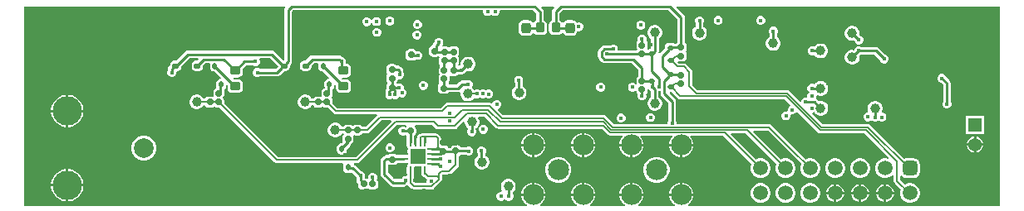
<source format=gbl>
G04*
G04 #@! TF.GenerationSoftware,Altium Limited,Altium Designer,23.10.1 (27)*
G04*
G04 Layer_Physical_Order=6*
G04 Layer_Color=16711680*
%FSAX25Y25*%
%MOIN*%
G70*
G04*
G04 #@! TF.SameCoordinates,9A25CA80-9317-414E-98C9-A3F1B825D269*
G04*
G04*
G04 #@! TF.FilePolarity,Positive*
G04*
G01*
G75*
%ADD11C,0.00984*%
%ADD16C,0.00500*%
%ADD17C,0.01000*%
%ADD24O,0.00984X0.03347*%
%ADD25O,0.03347X0.00984*%
G04:AMPARAMS|DCode=40|XSize=23.62mil|YSize=23.62mil|CornerRadius=5.91mil|HoleSize=0mil|Usage=FLASHONLY|Rotation=0.000|XOffset=0mil|YOffset=0mil|HoleType=Round|Shape=RoundedRectangle|*
%AMROUNDEDRECTD40*
21,1,0.02362,0.01181,0,0,0.0*
21,1,0.01181,0.02362,0,0,0.0*
1,1,0.01181,0.00591,-0.00591*
1,1,0.01181,-0.00591,-0.00591*
1,1,0.01181,-0.00591,0.00591*
1,1,0.01181,0.00591,0.00591*
%
%ADD40ROUNDEDRECTD40*%
G04:AMPARAMS|DCode=46|XSize=25.2mil|YSize=25.2mil|CornerRadius=6.3mil|HoleSize=0mil|Usage=FLASHONLY|Rotation=180.000|XOffset=0mil|YOffset=0mil|HoleType=Round|Shape=RoundedRectangle|*
%AMROUNDEDRECTD46*
21,1,0.02520,0.01260,0,0,180.0*
21,1,0.01260,0.02520,0,0,180.0*
1,1,0.01260,-0.00630,0.00630*
1,1,0.01260,0.00630,0.00630*
1,1,0.01260,0.00630,-0.00630*
1,1,0.01260,-0.00630,-0.00630*
%
%ADD46ROUNDEDRECTD46*%
G04:AMPARAMS|DCode=47|XSize=25.2mil|YSize=25.2mil|CornerRadius=6.3mil|HoleSize=0mil|Usage=FLASHONLY|Rotation=270.000|XOffset=0mil|YOffset=0mil|HoleType=Round|Shape=RoundedRectangle|*
%AMROUNDEDRECTD47*
21,1,0.02520,0.01260,0,0,270.0*
21,1,0.01260,0.02520,0,0,270.0*
1,1,0.01260,-0.00630,-0.00630*
1,1,0.01260,-0.00630,0.00630*
1,1,0.01260,0.00630,0.00630*
1,1,0.01260,0.00630,-0.00630*
%
%ADD47ROUNDEDRECTD47*%
G04:AMPARAMS|DCode=48|XSize=37.4mil|YSize=41.34mil|CornerRadius=9.35mil|HoleSize=0mil|Usage=FLASHONLY|Rotation=0.000|XOffset=0mil|YOffset=0mil|HoleType=Round|Shape=RoundedRectangle|*
%AMROUNDEDRECTD48*
21,1,0.03740,0.02264,0,0,0.0*
21,1,0.01870,0.04134,0,0,0.0*
1,1,0.01870,0.00935,-0.01132*
1,1,0.01870,-0.00935,-0.01132*
1,1,0.01870,-0.00935,0.01132*
1,1,0.01870,0.00935,0.01132*
%
%ADD48ROUNDEDRECTD48*%
G04:AMPARAMS|DCode=49|XSize=39.37mil|YSize=35.43mil|CornerRadius=8.86mil|HoleSize=0mil|Usage=FLASHONLY|Rotation=270.000|XOffset=0mil|YOffset=0mil|HoleType=Round|Shape=RoundedRectangle|*
%AMROUNDEDRECTD49*
21,1,0.03937,0.01772,0,0,270.0*
21,1,0.02165,0.03543,0,0,270.0*
1,1,0.01772,-0.00886,-0.01083*
1,1,0.01772,-0.00886,0.01083*
1,1,0.01772,0.00886,0.01083*
1,1,0.01772,0.00886,-0.01083*
%
%ADD49ROUNDEDRECTD49*%
G04:AMPARAMS|DCode=50|XSize=23.62mil|YSize=23.62mil|CornerRadius=5.91mil|HoleSize=0mil|Usage=FLASHONLY|Rotation=270.000|XOffset=0mil|YOffset=0mil|HoleType=Round|Shape=RoundedRectangle|*
%AMROUNDEDRECTD50*
21,1,0.02362,0.01181,0,0,270.0*
21,1,0.01181,0.02362,0,0,270.0*
1,1,0.01181,-0.00591,-0.00591*
1,1,0.01181,-0.00591,0.00591*
1,1,0.01181,0.00591,0.00591*
1,1,0.01181,0.00591,-0.00591*
%
%ADD50ROUNDEDRECTD50*%
G04:AMPARAMS|DCode=52|XSize=39.37mil|YSize=35.43mil|CornerRadius=8.86mil|HoleSize=0mil|Usage=FLASHONLY|Rotation=0.000|XOffset=0mil|YOffset=0mil|HoleType=Round|Shape=RoundedRectangle|*
%AMROUNDEDRECTD52*
21,1,0.03937,0.01772,0,0,0.0*
21,1,0.02165,0.03543,0,0,0.0*
1,1,0.01772,0.01083,-0.00886*
1,1,0.01772,-0.01083,-0.00886*
1,1,0.01772,-0.01083,0.00886*
1,1,0.01772,0.01083,0.00886*
%
%ADD52ROUNDEDRECTD52*%
%ADD97C,0.01181*%
%ADD105C,0.08425*%
%ADD106C,0.07874*%
%ADD107C,0.11811*%
%ADD108C,0.05386*%
%ADD109R,0.05386X0.05386*%
%ADD110C,0.05906*%
G04:AMPARAMS|DCode=111|XSize=59.06mil|YSize=59.06mil|CornerRadius=14.76mil|HoleSize=0mil|Usage=FLASHONLY|Rotation=180.000|XOffset=0mil|YOffset=0mil|HoleType=Round|Shape=RoundedRectangle|*
%AMROUNDEDRECTD111*
21,1,0.05906,0.02953,0,0,180.0*
21,1,0.02953,0.05906,0,0,180.0*
1,1,0.02953,-0.01476,0.01476*
1,1,0.02953,0.01476,0.01476*
1,1,0.02953,0.01476,-0.01476*
1,1,0.02953,-0.01476,-0.01476*
%
%ADD111ROUNDEDRECTD111*%
%ADD112C,0.01600*%
%ADD113C,0.03937*%
G04:AMPARAMS|DCode=114|XSize=18.5mil|YSize=23.62mil|CornerRadius=4.63mil|HoleSize=0mil|Usage=FLASHONLY|Rotation=180.000|XOffset=0mil|YOffset=0mil|HoleType=Round|Shape=RoundedRectangle|*
%AMROUNDEDRECTD114*
21,1,0.01850,0.01437,0,0,180.0*
21,1,0.00925,0.02362,0,0,180.0*
1,1,0.00925,-0.00463,0.00719*
1,1,0.00925,0.00463,0.00719*
1,1,0.00925,0.00463,-0.00719*
1,1,0.00925,-0.00463,-0.00719*
%
%ADD114ROUNDEDRECTD114*%
G04:AMPARAMS|DCode=115|XSize=25.59mil|YSize=19.68mil|CornerRadius=4.92mil|HoleSize=0mil|Usage=FLASHONLY|Rotation=0.000|XOffset=0mil|YOffset=0mil|HoleType=Round|Shape=RoundedRectangle|*
%AMROUNDEDRECTD115*
21,1,0.02559,0.00984,0,0,0.0*
21,1,0.01575,0.01968,0,0,0.0*
1,1,0.00984,0.00787,-0.00492*
1,1,0.00984,-0.00787,-0.00492*
1,1,0.00984,-0.00787,0.00492*
1,1,0.00984,0.00787,0.00492*
%
%ADD115ROUNDEDRECTD115*%
%ADD116R,0.06299X0.06299*%
G04:AMPARAMS|DCode=117|XSize=18.5mil|YSize=23.62mil|CornerRadius=4.63mil|HoleSize=0mil|Usage=FLASHONLY|Rotation=270.000|XOffset=0mil|YOffset=0mil|HoleType=Round|Shape=RoundedRectangle|*
%AMROUNDEDRECTD117*
21,1,0.01850,0.01437,0,0,270.0*
21,1,0.00925,0.02362,0,0,270.0*
1,1,0.00925,-0.00719,-0.00463*
1,1,0.00925,-0.00719,0.00463*
1,1,0.00925,0.00719,0.00463*
1,1,0.00925,0.00719,-0.00463*
%
%ADD117ROUNDEDRECTD117*%
G36*
X0213777Y0081196D02*
X0213190Y0080609D01*
X0212859Y0080113D01*
X0212742Y0079528D01*
Y0075909D01*
X0212650Y0075891D01*
X0212026Y0075474D01*
X0211609Y0074850D01*
X0211463Y0074114D01*
Y0071949D01*
X0211609Y0071213D01*
X0212026Y0070589D01*
X0212650Y0070172D01*
X0213386Y0070026D01*
X0215158D01*
X0215893Y0070172D01*
X0216517Y0070589D01*
X0216745Y0070930D01*
X0216847Y0070955D01*
X0217323Y0070896D01*
X0217650Y0070406D01*
X0218290Y0069978D01*
X0219045Y0069828D01*
X0220915D01*
X0221670Y0069978D01*
X0222310Y0070406D01*
X0222738Y0071046D01*
X0222816Y0071438D01*
X0223166Y0071625D01*
X0223882D01*
X0224543Y0071899D01*
X0225050Y0072406D01*
X0225324Y0073067D01*
Y0073783D01*
X0225050Y0074445D01*
X0224543Y0074951D01*
X0223882Y0075225D01*
X0223166D01*
X0222619Y0074999D01*
X0222310Y0075460D01*
X0221670Y0075888D01*
X0220915Y0076038D01*
X0219045D01*
X0218290Y0075888D01*
X0217650Y0075460D01*
X0217368Y0075037D01*
X0216798Y0075053D01*
X0216517Y0075474D01*
X0215893Y0075891D01*
X0215801Y0075909D01*
Y0078894D01*
X0217055Y0080148D01*
X0259422D01*
X0263038Y0076532D01*
Y0067034D01*
X0262830Y0066895D01*
X0262625Y0066588D01*
X0261942D01*
X0261624Y0066801D01*
X0261053Y0066914D01*
X0259616D01*
X0259046Y0066801D01*
X0258562Y0066478D01*
X0258238Y0065994D01*
X0258125Y0065423D01*
Y0064914D01*
X0255988Y0062777D01*
X0255631Y0062909D01*
X0255521Y0062994D01*
X0255593Y0063355D01*
Y0068535D01*
X0255858Y0068688D01*
X0256411Y0069240D01*
X0256802Y0069917D01*
X0257004Y0070672D01*
Y0071454D01*
X0256802Y0072209D01*
X0256411Y0072886D01*
X0255858Y0073438D01*
X0255181Y0073829D01*
X0254426Y0074032D01*
X0253645D01*
X0252890Y0073829D01*
X0252213Y0073438D01*
X0251660Y0072886D01*
X0251269Y0072209D01*
X0251067Y0071454D01*
Y0070672D01*
X0251269Y0069917D01*
X0251660Y0069240D01*
X0252213Y0068688D01*
X0252534Y0068502D01*
Y0064355D01*
X0252136D01*
X0251565Y0064242D01*
X0251453Y0064167D01*
X0251249Y0064215D01*
X0251006Y0064734D01*
X0251130Y0065354D01*
Y0066535D01*
X0251006Y0067156D01*
X0250655Y0067682D01*
X0250585Y0067729D01*
X0250717Y0068047D01*
Y0068764D01*
X0250443Y0069425D01*
X0249937Y0069932D01*
X0249275Y0070205D01*
X0248559D01*
X0247898Y0069932D01*
X0247391Y0069425D01*
X0247117Y0068764D01*
Y0068047D01*
X0247249Y0067729D01*
X0247180Y0067682D01*
X0246829Y0067156D01*
X0246705Y0066535D01*
Y0065354D01*
X0246829Y0064734D01*
X0247031Y0064431D01*
X0246764Y0063931D01*
X0239256D01*
X0239202Y0064012D01*
Y0064728D01*
X0238928Y0065390D01*
X0238421Y0065896D01*
X0237760Y0066170D01*
X0237044D01*
X0236390Y0065899D01*
X0233858D01*
X0233273Y0065783D01*
X0232777Y0065452D01*
X0231694Y0064369D01*
X0231363Y0063873D01*
X0231246Y0063287D01*
Y0061417D01*
X0231363Y0060832D01*
X0231694Y0060336D01*
X0232777Y0059253D01*
X0233273Y0058922D01*
X0233858Y0058805D01*
X0244741D01*
X0247388Y0056158D01*
Y0053451D01*
X0247180Y0053312D01*
X0246829Y0052786D01*
X0246705Y0052165D01*
Y0050984D01*
X0246790Y0050557D01*
X0246329Y0050311D01*
X0246098Y0050542D01*
X0245437Y0050816D01*
X0244721D01*
X0244059Y0050542D01*
X0243553Y0050035D01*
X0243279Y0049374D01*
Y0048658D01*
X0243553Y0047996D01*
X0244059Y0047490D01*
X0244721Y0047216D01*
X0245437D01*
X0246098Y0047490D01*
X0246205Y0047596D01*
X0246587Y0047478D01*
X0246714Y0047398D01*
X0246829Y0046820D01*
X0247180Y0046294D01*
X0247250Y0046248D01*
X0247117Y0045929D01*
Y0045213D01*
X0247391Y0044551D01*
X0247898Y0044045D01*
X0248559Y0043771D01*
X0249275D01*
X0249937Y0044045D01*
X0250443Y0044551D01*
X0250717Y0045213D01*
Y0045929D01*
X0250585Y0046248D01*
X0250655Y0046294D01*
X0251006Y0046820D01*
X0251130Y0047441D01*
Y0048079D01*
X0251595Y0048186D01*
X0251630Y0048187D01*
X0252130Y0047687D01*
X0252506Y0047531D01*
Y0045064D01*
X0252213Y0044895D01*
X0251660Y0044342D01*
X0251269Y0043666D01*
X0251067Y0042911D01*
Y0042129D01*
X0251269Y0041374D01*
X0251660Y0040697D01*
X0252213Y0040144D01*
X0252890Y0039753D01*
X0253645Y0039551D01*
X0254426D01*
X0255181Y0039753D01*
X0255858Y0040144D01*
X0256411Y0040697D01*
X0256802Y0041374D01*
X0257004Y0042129D01*
Y0042911D01*
X0256802Y0043666D01*
X0256411Y0044342D01*
X0255858Y0044895D01*
X0255565Y0045064D01*
Y0047413D01*
X0256264D01*
X0256345Y0047358D01*
Y0046457D01*
X0256461Y0045871D01*
X0256793Y0045375D01*
X0259494Y0042674D01*
Y0035657D01*
X0259224Y0035004D01*
Y0034288D01*
X0259161Y0034194D01*
X0237687D01*
X0234366Y0037515D01*
X0233952Y0037792D01*
X0233465Y0037889D01*
X0193245D01*
X0191249Y0039885D01*
X0191366Y0040474D01*
X0191669Y0040600D01*
X0192176Y0041106D01*
X0192450Y0041768D01*
Y0042484D01*
X0192176Y0043146D01*
X0191669Y0043652D01*
X0191008Y0043926D01*
X0190292D01*
X0189630Y0043652D01*
X0189124Y0043146D01*
X0188986Y0042812D01*
X0188388Y0042610D01*
X0188381Y0042614D01*
X0187894Y0042711D01*
X0170669D01*
X0170182Y0042614D01*
X0169768Y0042338D01*
X0168075Y0040645D01*
X0126709D01*
X0124752Y0042602D01*
Y0043602D01*
X0124628Y0044223D01*
X0124277Y0044749D01*
Y0044818D01*
X0124628Y0045344D01*
X0124752Y0045965D01*
Y0047146D01*
X0124659Y0047610D01*
Y0048169D01*
X0125041Y0048424D01*
X0125364Y0048908D01*
X0125477Y0049478D01*
Y0049679D01*
X0125977Y0049932D01*
X0126128Y0049821D01*
Y0048622D01*
X0126275Y0047886D01*
X0126692Y0047262D01*
X0127315Y0046846D01*
X0128051Y0046699D01*
X0130217D01*
X0130952Y0046846D01*
X0131576Y0047262D01*
X0131993Y0047886D01*
X0132139Y0048622D01*
Y0050394D01*
X0131993Y0051130D01*
X0131576Y0051753D01*
X0130952Y0052170D01*
X0130217Y0052316D01*
X0128515D01*
X0128383Y0052499D01*
X0128638Y0052999D01*
X0130217D01*
X0130952Y0053145D01*
X0131576Y0053562D01*
X0131993Y0054185D01*
X0132139Y0054921D01*
Y0056693D01*
X0131993Y0057429D01*
X0131576Y0058052D01*
X0130952Y0058469D01*
X0130508Y0058558D01*
X0130147Y0058992D01*
Y0059708D01*
X0129872Y0060370D01*
X0129366Y0060876D01*
X0128713Y0061147D01*
X0128444Y0061416D01*
X0127947Y0061748D01*
X0127362Y0061864D01*
X0116634D01*
X0116049Y0061748D01*
X0115552Y0061416D01*
X0113827Y0059691D01*
X0113189D01*
X0112607Y0059575D01*
X0112113Y0059245D01*
X0111783Y0058751D01*
X0111668Y0058169D01*
Y0057185D01*
X0111783Y0056603D01*
X0112113Y0056109D01*
X0112607Y0055779D01*
X0113189Y0055664D01*
X0114764D01*
X0115346Y0055779D01*
X0115840Y0056109D01*
X0116169Y0056603D01*
X0116285Y0057185D01*
Y0057823D01*
X0117267Y0058805D01*
X0118698D01*
X0119015Y0058419D01*
X0119011Y0058396D01*
Y0056959D01*
X0119124Y0056388D01*
X0119448Y0055904D01*
X0119931Y0055581D01*
X0120502Y0055467D01*
X0120756D01*
X0123354Y0052868D01*
X0123163Y0052407D01*
X0123061D01*
X0122490Y0052293D01*
X0122006Y0051970D01*
X0121683Y0051486D01*
X0121570Y0050915D01*
Y0049478D01*
X0121600Y0049324D01*
Y0048698D01*
X0121328Y0048644D01*
X0120802Y0048292D01*
X0120450Y0047766D01*
X0120327Y0047146D01*
Y0045965D01*
X0120413Y0045531D01*
X0120398Y0045498D01*
X0120053Y0045153D01*
X0120021Y0045138D01*
X0119587Y0045224D01*
X0118405D01*
X0117785Y0045101D01*
X0117259Y0044749D01*
X0117015Y0044385D01*
X0116471D01*
X0116155Y0044933D01*
X0115602Y0045486D01*
X0114925Y0045876D01*
X0114170Y0046079D01*
X0113389D01*
X0112634Y0045876D01*
X0111957Y0045486D01*
X0111404Y0044933D01*
X0111013Y0044256D01*
X0110811Y0043501D01*
Y0042719D01*
X0111013Y0041964D01*
X0111404Y0041287D01*
X0111957Y0040735D01*
X0112634Y0040344D01*
X0113389Y0040142D01*
X0114170D01*
X0114925Y0040344D01*
X0115602Y0040735D01*
X0116155Y0041287D01*
X0116411Y0041732D01*
X0116718Y0041774D01*
X0116929Y0041769D01*
X0117259Y0041274D01*
X0117785Y0040923D01*
X0118405Y0040799D01*
X0119587D01*
X0120207Y0040923D01*
X0120365Y0041028D01*
X0120768Y0041255D01*
X0121170Y0041028D01*
X0121328Y0040923D01*
X0121949Y0040799D01*
X0122949D01*
X0125280Y0038469D01*
X0125693Y0038193D01*
X0126181Y0038096D01*
X0142476D01*
X0142683Y0037596D01*
X0138153Y0033066D01*
X0136791D01*
X0136481Y0033529D01*
X0135955Y0033880D01*
X0135335Y0034004D01*
X0134154D01*
X0133533Y0033880D01*
X0133007Y0033529D01*
X0132741D01*
X0132215Y0033880D01*
X0131595Y0034004D01*
X0130413D01*
X0129793Y0033880D01*
X0129267Y0033529D01*
X0129030Y0033174D01*
X0128510Y0033183D01*
X0128261Y0033614D01*
X0127708Y0034167D01*
X0127032Y0034558D01*
X0126277Y0034760D01*
X0125495D01*
X0124740Y0034558D01*
X0124063Y0034167D01*
X0123510Y0033614D01*
X0123120Y0032937D01*
X0122917Y0032182D01*
Y0031400D01*
X0123120Y0030645D01*
X0123510Y0029969D01*
X0124063Y0029416D01*
X0124740Y0029025D01*
X0125495Y0028823D01*
X0126277D01*
X0127032Y0029025D01*
X0127708Y0029416D01*
X0128261Y0029969D01*
X0128458Y0030309D01*
X0128969Y0030344D01*
X0129267Y0030009D01*
Y0029985D01*
X0128915Y0029459D01*
X0128792Y0028839D01*
Y0027657D01*
X0128915Y0027037D01*
X0128939Y0027001D01*
X0128361Y0026422D01*
X0127982D01*
X0127412Y0026309D01*
X0126928Y0025986D01*
X0126605Y0025502D01*
X0126491Y0024931D01*
Y0023494D01*
X0126605Y0022923D01*
X0126928Y0022440D01*
X0127412Y0022116D01*
X0127982Y0022003D01*
X0128908D01*
X0129478Y0022116D01*
X0129962Y0022440D01*
X0130285Y0022923D01*
X0130399Y0023494D01*
Y0023873D01*
X0131809Y0025283D01*
X0132161Y0025809D01*
X0132232Y0026171D01*
X0132741Y0026511D01*
X0133093Y0027037D01*
X0133216Y0027657D01*
Y0028839D01*
X0133107Y0029386D01*
X0133277Y0029572D01*
X0133513Y0029716D01*
X0133533Y0029702D01*
X0134154Y0029579D01*
X0135335D01*
X0135955Y0029702D01*
X0136481Y0030054D01*
X0136791Y0030517D01*
X0138681D01*
X0139169Y0030614D01*
X0139582Y0030890D01*
X0144425Y0035733D01*
X0148238D01*
X0148430Y0035271D01*
X0134118Y0020959D01*
X0102989D01*
X0081346Y0042602D01*
Y0043602D01*
X0081223Y0044223D01*
X0080871Y0044749D01*
Y0044818D01*
X0081223Y0045344D01*
X0081346Y0045965D01*
Y0047146D01*
X0081254Y0047610D01*
Y0048169D01*
X0081635Y0048424D01*
X0081959Y0048908D01*
X0082072Y0049478D01*
Y0049679D01*
X0082572Y0049932D01*
X0082723Y0049821D01*
Y0048622D01*
X0082869Y0047886D01*
X0083286Y0047262D01*
X0083910Y0046846D01*
X0084646Y0046699D01*
X0086811D01*
X0087547Y0046846D01*
X0088171Y0047262D01*
X0088587Y0047886D01*
X0088734Y0048622D01*
Y0050394D01*
X0088587Y0051130D01*
X0088171Y0051753D01*
X0087547Y0052170D01*
X0086811Y0052316D01*
X0085110D01*
X0084978Y0052499D01*
X0085233Y0052999D01*
X0086811D01*
X0087547Y0053145D01*
X0088171Y0053562D01*
X0088587Y0054185D01*
X0088734Y0054921D01*
Y0056453D01*
X0090102Y0057821D01*
X0092886D01*
X0093540Y0057550D01*
X0094256D01*
X0094917Y0057824D01*
X0095424Y0058331D01*
X0095698Y0058992D01*
Y0059708D01*
X0095464Y0060274D01*
X0095673Y0060774D01*
X0099760D01*
X0103004Y0057529D01*
X0101926Y0056451D01*
X0095598D01*
X0094945Y0056721D01*
X0094229D01*
X0093567Y0056447D01*
X0093061Y0055941D01*
X0092787Y0055279D01*
Y0054563D01*
X0093061Y0053902D01*
X0093567Y0053395D01*
X0094229Y0053121D01*
X0094945D01*
X0095598Y0053392D01*
X0102559D01*
X0103144Y0053508D01*
X0103640Y0053840D01*
X0105464Y0055664D01*
X0106102D01*
X0106685Y0055779D01*
X0107178Y0056109D01*
X0107508Y0056603D01*
X0107624Y0057185D01*
Y0057823D01*
X0108070Y0058269D01*
X0108401Y0058765D01*
X0108518Y0059350D01*
Y0079485D01*
X0109181Y0080148D01*
X0185033D01*
X0185208Y0079886D01*
Y0079169D01*
X0185482Y0078508D01*
X0185988Y0078002D01*
X0186650Y0077728D01*
X0187366D01*
X0188028Y0078002D01*
X0188533Y0078508D01*
X0189040Y0078002D01*
X0189701Y0077728D01*
X0190417D01*
X0191079Y0078002D01*
X0191585Y0078508D01*
X0191859Y0079169D01*
Y0079886D01*
X0192034Y0080148D01*
X0205189D01*
X0206443Y0078894D01*
Y0075909D01*
X0206351Y0075891D01*
X0205727Y0075474D01*
X0205446Y0075053D01*
X0204876Y0075037D01*
X0204594Y0075460D01*
X0203954Y0075888D01*
X0203199Y0076038D01*
X0201329D01*
X0200574Y0075888D01*
X0199934Y0075460D01*
X0199506Y0074820D01*
X0199356Y0074065D01*
Y0071801D01*
X0199506Y0071046D01*
X0199934Y0070406D01*
X0200574Y0069978D01*
X0201329Y0069828D01*
X0203199D01*
X0203954Y0069978D01*
X0204594Y0070406D01*
X0204921Y0070896D01*
X0205398Y0070955D01*
X0205499Y0070930D01*
X0205727Y0070589D01*
X0206351Y0070172D01*
X0207087Y0070026D01*
X0208858D01*
X0209594Y0070172D01*
X0210218Y0070589D01*
X0210635Y0071213D01*
X0210781Y0071949D01*
Y0074114D01*
X0210635Y0074850D01*
X0210218Y0075474D01*
X0209594Y0075891D01*
X0209502Y0075909D01*
Y0079527D01*
X0209385Y0080113D01*
X0209054Y0080609D01*
X0208467Y0081196D01*
X0208659Y0081658D01*
X0213585D01*
X0213777Y0081196D01*
D02*
G37*
G36*
X0392497Y0001204D02*
X0267479D01*
X0267345Y0001704D01*
X0267679Y0001897D01*
X0268576Y0002793D01*
X0269209Y0003890D01*
X0269537Y0005114D01*
Y0005248D01*
X0259912D01*
Y0005114D01*
X0260240Y0003890D01*
X0260873Y0002793D01*
X0261769Y0001897D01*
X0262103Y0001704D01*
X0261969Y0001204D01*
X0247480D01*
X0247345Y0001704D01*
X0247679Y0001897D01*
X0248575Y0002793D01*
X0249209Y0003890D01*
X0249537Y0005114D01*
Y0005248D01*
X0239912D01*
Y0005114D01*
X0240240Y0003890D01*
X0240873Y0002793D01*
X0241769Y0001897D01*
X0242103Y0001704D01*
X0241969Y0001204D01*
X0228109D01*
X0227975Y0001704D01*
X0228309Y0001897D01*
X0229205Y0002793D01*
X0229839Y0003890D01*
X0230167Y0005114D01*
Y0005248D01*
X0220542D01*
Y0005114D01*
X0220870Y0003890D01*
X0221503Y0002793D01*
X0222399Y0001897D01*
X0222733Y0001704D01*
X0222599Y0001204D01*
X0208109D01*
X0207975Y0001704D01*
X0208309Y0001897D01*
X0209205Y0002793D01*
X0209839Y0003890D01*
X0210167Y0005114D01*
Y0005248D01*
X0200542D01*
Y0005114D01*
X0200870Y0003890D01*
X0201503Y0002793D01*
X0202399Y0001897D01*
X0202733Y0001704D01*
X0202599Y0001204D01*
X0001204D01*
Y0081658D01*
X0105717D01*
X0105819Y0081413D01*
X0105879Y0081158D01*
X0105575Y0080703D01*
X0105459Y0080118D01*
Y0060108D01*
X0105017Y0059842D01*
X0101475Y0063385D01*
X0100979Y0063716D01*
X0100394Y0063832D01*
X0066831D01*
X0066246Y0063716D01*
X0065749Y0063385D01*
X0062055Y0059691D01*
X0061122D01*
X0060540Y0059575D01*
X0060046Y0059245D01*
X0059716Y0058751D01*
X0059601Y0058169D01*
Y0057827D01*
X0059234Y0057459D01*
X0058902Y0056963D01*
X0058786Y0056378D01*
Y0055933D01*
X0058515Y0055279D01*
Y0054563D01*
X0058789Y0053902D01*
X0059295Y0053395D01*
X0059957Y0053121D01*
X0060673D01*
X0061335Y0053395D01*
X0061841Y0053902D01*
X0062115Y0054563D01*
Y0055279D01*
X0062372Y0055664D01*
X0062697D01*
X0063279Y0055779D01*
X0063773Y0056109D01*
X0064102Y0056603D01*
X0064218Y0057185D01*
Y0057528D01*
X0067464Y0060774D01*
X0070851D01*
X0071043Y0060312D01*
X0070421Y0059691D01*
X0070129D01*
X0069791Y0059758D01*
X0069206Y0059641D01*
X0068710Y0059310D01*
X0068378Y0058814D01*
X0068262Y0058228D01*
Y0058161D01*
X0068262Y0058161D01*
Y0057185D01*
X0068378Y0056603D01*
X0068708Y0056109D01*
X0069201Y0055779D01*
X0069784Y0055664D01*
X0071358D01*
X0071940Y0055779D01*
X0072434Y0056109D01*
X0072764Y0056603D01*
X0072880Y0057185D01*
Y0057823D01*
X0073862Y0058805D01*
X0075293D01*
X0075610Y0058419D01*
X0075605Y0058396D01*
Y0056959D01*
X0075719Y0056388D01*
X0076042Y0055904D01*
X0076526Y0055581D01*
X0077096Y0055467D01*
X0077350D01*
X0079949Y0052868D01*
X0079758Y0052407D01*
X0079656D01*
X0079085Y0052293D01*
X0078601Y0051970D01*
X0078278Y0051486D01*
X0078164Y0050915D01*
Y0049478D01*
X0078195Y0049324D01*
Y0048698D01*
X0077923Y0048644D01*
X0077397Y0048292D01*
X0077045Y0047766D01*
X0076922Y0047146D01*
Y0045965D01*
X0077008Y0045531D01*
X0076992Y0045498D01*
X0076648Y0045153D01*
X0076615Y0045138D01*
X0076181Y0045224D01*
X0075000D01*
X0074379Y0045101D01*
X0073853Y0044749D01*
X0073610Y0044385D01*
X0073066D01*
X0072749Y0044933D01*
X0072197Y0045486D01*
X0071520Y0045876D01*
X0070765Y0046079D01*
X0069983D01*
X0069228Y0045876D01*
X0068551Y0045486D01*
X0067999Y0044933D01*
X0067608Y0044256D01*
X0067405Y0043501D01*
Y0042719D01*
X0067608Y0041964D01*
X0067999Y0041287D01*
X0068551Y0040735D01*
X0069228Y0040344D01*
X0069983Y0040142D01*
X0070765D01*
X0071520Y0040344D01*
X0072197Y0040735D01*
X0072749Y0041287D01*
X0073006Y0041732D01*
X0073312Y0041774D01*
X0073523Y0041769D01*
X0073853Y0041274D01*
X0074379Y0040923D01*
X0075000Y0040799D01*
X0076181D01*
X0076802Y0040923D01*
X0076960Y0041028D01*
X0077362Y0041255D01*
X0077765Y0041028D01*
X0077923Y0040923D01*
X0078543Y0040799D01*
X0079544D01*
X0101559Y0018784D01*
X0101973Y0018508D01*
X0102461Y0018411D01*
X0128868D01*
X0129142Y0017910D01*
X0129050Y0017451D01*
Y0016014D01*
X0129164Y0015443D01*
X0129487Y0014959D01*
X0129971Y0014636D01*
X0130541Y0014523D01*
X0131467D01*
X0132037Y0014636D01*
X0132322Y0014826D01*
X0134129Y0013020D01*
X0134396Y0012375D01*
Y0011417D01*
X0134512Y0010832D01*
X0134844Y0010336D01*
X0135091Y0010089D01*
Y0009449D01*
X0135214Y0008828D01*
X0135566Y0008302D01*
X0136092Y0007951D01*
X0136713Y0007827D01*
X0137894D01*
X0138514Y0007951D01*
X0139040Y0008302D01*
X0139109D01*
X0139635Y0007951D01*
X0140256Y0007827D01*
X0141437D01*
X0142058Y0007951D01*
X0142584Y0008302D01*
X0142935Y0008828D01*
X0143059Y0009449D01*
Y0010630D01*
X0142935Y0011250D01*
X0142584Y0011777D01*
X0142450Y0011866D01*
X0142647Y0012339D01*
Y0013055D01*
X0142372Y0013716D01*
X0141866Y0014223D01*
X0141205Y0014497D01*
X0140488D01*
X0139827Y0014223D01*
X0139321Y0013716D01*
X0139047Y0013055D01*
Y0012374D01*
X0138930Y0012261D01*
X0138622Y0012056D01*
X0138514Y0012128D01*
X0137941Y0012242D01*
X0137876Y0012282D01*
X0137611Y0012752D01*
X0137725Y0013028D01*
Y0013744D01*
X0137451Y0014405D01*
X0136945Y0014912D01*
X0136292Y0015182D01*
X0133851Y0017623D01*
X0133421Y0017911D01*
X0133425Y0018169D01*
X0133504Y0018411D01*
X0134646D01*
X0135133Y0018508D01*
X0135547Y0018784D01*
X0150528Y0033765D01*
X0154153D01*
X0154325Y0033317D01*
X0154278Y0033244D01*
X0154014Y0032947D01*
X0153409Y0033198D01*
X0152693D01*
X0152032Y0032924D01*
X0151525Y0032417D01*
X0151251Y0031756D01*
Y0031040D01*
X0151525Y0030378D01*
X0152032Y0029872D01*
X0152693Y0029598D01*
X0153409D01*
X0154071Y0029872D01*
X0154072Y0029872D01*
X0154258Y0029593D01*
X0154490Y0029437D01*
Y0027992D01*
X0154483Y0027953D01*
Y0025591D01*
X0154598Y0025008D01*
X0154807Y0024696D01*
Y0021928D01*
X0154527Y0021699D01*
X0152165D01*
X0152126Y0021691D01*
X0150574D01*
X0150556Y0021718D01*
X0150030Y0022069D01*
X0149409Y0022193D01*
X0148228D01*
X0147608Y0022069D01*
X0147082Y0021718D01*
X0147064Y0021691D01*
X0146350D01*
X0146350Y0021691D01*
X0145768Y0021575D01*
X0145275Y0021245D01*
X0144495Y0020466D01*
X0144165Y0019972D01*
X0144050Y0019390D01*
Y0013976D01*
X0144165Y0013394D01*
X0144495Y0012901D01*
X0147940Y0009456D01*
X0148433Y0009126D01*
X0149016Y0009010D01*
X0153269D01*
X0153851Y0009126D01*
X0154344Y0009456D01*
X0154528Y0009640D01*
X0155074Y0009673D01*
X0155103Y0009630D01*
X0156481Y0008252D01*
X0156894Y0007976D01*
X0157382Y0007879D01*
X0164567D01*
X0165055Y0007976D01*
X0165468Y0008252D01*
X0168249Y0011033D01*
X0168525Y0011446D01*
X0168622Y0011934D01*
Y0013571D01*
X0168835Y0013785D01*
X0171555D01*
X0172043Y0013882D01*
X0172456Y0014158D01*
X0175114Y0016815D01*
X0175390Y0017229D01*
X0175487Y0017717D01*
Y0021226D01*
X0176018Y0021581D01*
X0176182Y0021827D01*
X0178285D01*
X0178311Y0021801D01*
X0178973Y0021527D01*
X0179689D01*
X0180350Y0021801D01*
X0180857Y0022307D01*
X0181131Y0022969D01*
Y0023685D01*
X0180857Y0024346D01*
X0180350Y0024853D01*
X0179689Y0025127D01*
X0178973D01*
X0178391Y0024886D01*
X0176222D01*
X0176018Y0025191D01*
X0175478Y0025551D01*
X0174843Y0025678D01*
X0173583D01*
X0172947Y0025551D01*
X0172408Y0025191D01*
X0172190Y0024866D01*
X0171149D01*
X0170998Y0025092D01*
X0170459Y0025453D01*
X0169823Y0025579D01*
X0168620D01*
X0168296Y0025644D01*
X0168265D01*
Y0028482D01*
X0168168Y0028970D01*
X0167891Y0029384D01*
X0167240Y0030035D01*
X0166826Y0030311D01*
X0166339Y0030408D01*
X0161010D01*
X0160990Y0030412D01*
X0160277D01*
X0159790Y0030315D01*
X0159376Y0030039D01*
X0159048Y0029711D01*
X0158771Y0029297D01*
X0158674Y0028809D01*
Y0028743D01*
X0158535Y0028535D01*
X0158420Y0027953D01*
Y0025591D01*
X0158225Y0025353D01*
X0157927D01*
X0157525Y0025772D01*
Y0026740D01*
X0157533Y0026779D01*
Y0029369D01*
X0157868Y0029593D01*
X0158228Y0030132D01*
X0158355Y0030768D01*
Y0032028D01*
X0158228Y0032664D01*
X0157868Y0033203D01*
X0157775Y0033265D01*
X0157927Y0033765D01*
X0164826D01*
X0166028Y0032563D01*
X0166441Y0032287D01*
X0166929Y0032190D01*
X0173819D01*
X0174307Y0032287D01*
X0174720Y0032563D01*
X0177240Y0035083D01*
X0177740Y0034876D01*
Y0034649D01*
X0177943Y0033894D01*
X0178333Y0033217D01*
X0178886Y0032664D01*
X0179179Y0032495D01*
Y0032114D01*
X0178909Y0031460D01*
Y0030744D01*
X0179183Y0030083D01*
X0179689Y0029576D01*
X0180351Y0029302D01*
X0181067D01*
X0181728Y0029576D01*
X0182235Y0030083D01*
X0182509Y0030744D01*
Y0031460D01*
X0182238Y0032114D01*
Y0032495D01*
X0182531Y0032664D01*
X0183084Y0033217D01*
X0183475Y0033894D01*
X0183677Y0034649D01*
Y0035430D01*
X0183475Y0036185D01*
X0183229Y0036611D01*
X0183518Y0037111D01*
X0185791D01*
X0190339Y0032563D01*
X0190752Y0032287D01*
X0191240Y0032190D01*
X0232937D01*
X0235109Y0030018D01*
X0235522Y0029742D01*
X0236010Y0029645D01*
X0241108D01*
X0241315Y0029145D01*
X0240873Y0028703D01*
X0240240Y0027606D01*
X0239912Y0026382D01*
Y0026248D01*
X0249537D01*
Y0026382D01*
X0249209Y0027606D01*
X0248575Y0028703D01*
X0248134Y0029145D01*
X0248341Y0029645D01*
X0261108D01*
X0261315Y0029145D01*
X0260873Y0028703D01*
X0260240Y0027606D01*
X0259912Y0026382D01*
Y0026248D01*
X0269537D01*
Y0026382D01*
X0269209Y0027606D01*
X0268576Y0028703D01*
X0268134Y0029145D01*
X0268341Y0029645D01*
X0274312D01*
X0274415Y0029624D01*
X0277356D01*
X0277459Y0029645D01*
X0278643D01*
X0278746Y0029624D01*
X0281415D01*
X0292871Y0018168D01*
X0292741Y0017943D01*
X0292471Y0016938D01*
Y0015897D01*
X0292741Y0014892D01*
X0293261Y0013990D01*
X0293997Y0013254D01*
X0294898Y0012734D01*
X0295904Y0012465D01*
X0296944D01*
X0297950Y0012734D01*
X0298851Y0013254D01*
X0299587Y0013990D01*
X0300107Y0014892D01*
X0300377Y0015897D01*
Y0016938D01*
X0300107Y0017943D01*
X0299587Y0018844D01*
X0298851Y0019580D01*
X0297950Y0020101D01*
X0296944Y0020370D01*
X0295904D01*
X0294898Y0020101D01*
X0294673Y0019971D01*
X0284461Y0030183D01*
X0284652Y0030645D01*
X0290394D01*
X0302871Y0018168D01*
X0302741Y0017943D01*
X0302472Y0016938D01*
Y0015897D01*
X0302741Y0014892D01*
X0303261Y0013990D01*
X0303997Y0013254D01*
X0304899Y0012734D01*
X0305904Y0012465D01*
X0306945D01*
X0307950Y0012734D01*
X0308851Y0013254D01*
X0309587Y0013990D01*
X0310108Y0014892D01*
X0310377Y0015897D01*
Y0016938D01*
X0310108Y0017943D01*
X0309587Y0018844D01*
X0308851Y0019580D01*
X0307950Y0020101D01*
X0306945Y0020370D01*
X0305904D01*
X0304899Y0020101D01*
X0304673Y0019971D01*
X0293461Y0031183D01*
X0293653Y0031645D01*
X0299348D01*
X0307645Y0023348D01*
X0307645Y0023348D01*
X0312825Y0018168D01*
X0312695Y0017943D01*
X0312425Y0016938D01*
Y0015897D01*
X0312695Y0014892D01*
X0313215Y0013990D01*
X0313951Y0013254D01*
X0314852Y0012734D01*
X0315858Y0012465D01*
X0316898D01*
X0317904Y0012734D01*
X0318805Y0013254D01*
X0319541Y0013990D01*
X0320061Y0014892D01*
X0320331Y0015897D01*
Y0016938D01*
X0320061Y0017943D01*
X0319541Y0018844D01*
X0318805Y0019580D01*
X0317904Y0020101D01*
X0316898Y0020370D01*
X0315858D01*
X0314852Y0020101D01*
X0314627Y0019971D01*
X0309448Y0025150D01*
X0309448Y0025150D01*
X0300777Y0033821D01*
X0300364Y0034097D01*
X0299876Y0034194D01*
X0280879D01*
X0280776Y0034173D01*
X0279657D01*
X0279554Y0034194D01*
X0276548D01*
X0276445Y0034173D01*
X0275326D01*
X0275223Y0034194D01*
X0262886D01*
X0262824Y0034288D01*
Y0035004D01*
X0262553Y0035657D01*
Y0043307D01*
X0262437Y0043892D01*
X0262105Y0044388D01*
X0259932Y0046562D01*
X0260139Y0047062D01*
X0260742D01*
X0263331Y0044473D01*
X0263745Y0044197D01*
X0264232Y0044100D01*
X0306168D01*
X0308291Y0041976D01*
X0308194Y0041487D01*
X0307687Y0040980D01*
X0307414Y0040319D01*
Y0039690D01*
X0307162Y0039419D01*
X0306998Y0039299D01*
X0306335D01*
X0305673Y0039025D01*
X0305167Y0038519D01*
X0304893Y0037857D01*
Y0037141D01*
X0305167Y0036480D01*
X0305673Y0035973D01*
X0306335Y0035699D01*
X0307051D01*
X0307713Y0035973D01*
X0308219Y0036480D01*
X0308493Y0037141D01*
Y0037770D01*
X0308744Y0038041D01*
X0308909Y0038161D01*
X0309572D01*
X0310233Y0038435D01*
X0310739Y0038941D01*
X0311229Y0039038D01*
X0319377Y0030890D01*
X0319791Y0030614D01*
X0320279Y0030517D01*
X0338153D01*
X0347998Y0020672D01*
X0347981Y0020595D01*
X0347395Y0020237D01*
X0346898Y0020370D01*
X0345858D01*
X0344852Y0020101D01*
X0343951Y0019580D01*
X0343215Y0018844D01*
X0342695Y0017943D01*
X0342425Y0016938D01*
Y0015897D01*
X0342695Y0014892D01*
X0343215Y0013990D01*
X0343951Y0013254D01*
X0344852Y0012734D01*
X0345858Y0012465D01*
X0346898D01*
X0347904Y0012734D01*
X0348805Y0013254D01*
X0349407Y0013856D01*
X0349907Y0013666D01*
Y0011220D01*
X0350004Y0010733D01*
X0350280Y0010319D01*
X0352687Y0007913D01*
X0352425Y0006938D01*
Y0005897D01*
X0352695Y0004892D01*
X0353215Y0003990D01*
X0353951Y0003254D01*
X0354852Y0002734D01*
X0355858Y0002465D01*
X0356898D01*
X0357904Y0002734D01*
X0358805Y0003254D01*
X0359541Y0003990D01*
X0360061Y0004892D01*
X0360331Y0005897D01*
Y0006938D01*
X0360061Y0007943D01*
X0359541Y0008844D01*
X0358805Y0009580D01*
X0357904Y0010101D01*
X0356898Y0010370D01*
X0355858D01*
X0354852Y0010101D01*
X0354377Y0009827D01*
X0352456Y0011748D01*
Y0013244D01*
X0352956Y0013396D01*
X0353116Y0013156D01*
X0353935Y0012608D01*
X0354902Y0012416D01*
X0357854D01*
X0358821Y0012608D01*
X0359640Y0013156D01*
X0360187Y0013975D01*
X0360379Y0014941D01*
Y0017894D01*
X0360187Y0018860D01*
X0359640Y0019679D01*
X0358821Y0020226D01*
X0357854Y0020419D01*
X0354902D01*
X0353971Y0020233D01*
X0340330Y0033874D01*
X0339917Y0034150D01*
X0339429Y0034247D01*
X0321296D01*
X0317175Y0038367D01*
X0317367Y0038829D01*
X0317386D01*
X0317992Y0039080D01*
X0318196Y0038728D01*
X0318748Y0038176D01*
X0319425Y0037785D01*
X0320180Y0037583D01*
X0320962D01*
X0321717Y0037785D01*
X0322394Y0038176D01*
X0322946Y0038728D01*
X0323337Y0039405D01*
X0323539Y0040160D01*
Y0040942D01*
X0323337Y0041697D01*
X0322946Y0042374D01*
X0322394Y0042927D01*
X0321717Y0043317D01*
X0320962Y0043520D01*
X0320180D01*
X0319844Y0043430D01*
X0319088Y0044186D01*
X0318936Y0044287D01*
X0318600Y0044537D01*
X0318724Y0044984D01*
X0318828Y0045233D01*
Y0045623D01*
X0319328Y0045912D01*
X0319425Y0045856D01*
X0320180Y0045654D01*
X0320962D01*
X0321717Y0045856D01*
X0322394Y0046247D01*
X0322946Y0046799D01*
X0323337Y0047476D01*
X0323539Y0048231D01*
Y0049013D01*
X0323337Y0049768D01*
X0322946Y0050445D01*
X0322394Y0050998D01*
X0321717Y0051388D01*
X0320962Y0051591D01*
X0320180D01*
X0319425Y0051388D01*
X0318748Y0050998D01*
X0318196Y0050445D01*
X0318029Y0050156D01*
X0317386Y0050422D01*
X0316670D01*
X0316008Y0050148D01*
X0315502Y0049642D01*
X0315228Y0048980D01*
Y0048264D01*
X0315502Y0047602D01*
X0315997Y0047107D01*
X0315502Y0046611D01*
X0315228Y0045949D01*
Y0045318D01*
X0315047Y0045090D01*
X0314820Y0044910D01*
X0314188D01*
X0313527Y0044636D01*
X0313020Y0044130D01*
X0312747Y0043468D01*
Y0043449D01*
X0312284Y0043258D01*
X0308086Y0047456D01*
X0307673Y0047733D01*
X0307185Y0047830D01*
X0271197D01*
X0269139Y0049888D01*
Y0055266D01*
X0269042Y0055753D01*
X0268765Y0056167D01*
X0266649Y0058283D01*
X0266236Y0058559D01*
X0265748Y0058656D01*
X0263579D01*
X0263138Y0059098D01*
X0263255Y0059327D01*
X0263433Y0059510D01*
X0263976Y0059402D01*
X0265158D01*
X0265778Y0059525D01*
X0266304Y0059877D01*
X0266656Y0060403D01*
X0266779Y0061024D01*
Y0062205D01*
X0266656Y0062825D01*
X0266304Y0063352D01*
Y0063420D01*
X0266656Y0063946D01*
X0266779Y0064567D01*
Y0065748D01*
X0266656Y0066369D01*
X0266304Y0066895D01*
X0266096Y0067034D01*
Y0077165D01*
X0265980Y0077751D01*
X0265648Y0078247D01*
X0262700Y0081196D01*
X0262891Y0081658D01*
X0392497D01*
Y0001204D01*
D02*
G37*
G36*
X0154807Y0018426D02*
Y0017627D01*
X0154598Y0017314D01*
X0154483Y0016732D01*
Y0014370D01*
X0154598Y0013788D01*
X0154342Y0013295D01*
X0153874D01*
X0153213Y0013021D01*
X0152706Y0012515D01*
X0152515Y0012053D01*
X0149646D01*
X0147092Y0014606D01*
Y0017706D01*
X0147533Y0017941D01*
X0147608Y0017891D01*
X0148228Y0017768D01*
X0149409D01*
X0150030Y0017891D01*
X0150556Y0018243D01*
X0150827Y0018648D01*
X0153339D01*
X0153378Y0018656D01*
X0154527D01*
X0154807Y0018426D01*
D02*
G37*
G36*
X0160388Y0016732D02*
Y0014370D01*
X0160504Y0013788D01*
X0160834Y0013294D01*
X0161327Y0012965D01*
X0161559Y0012919D01*
X0162288Y0012189D01*
X0162598Y0011982D01*
X0162472Y0011677D01*
Y0010961D01*
X0162520Y0010844D01*
X0162242Y0010428D01*
X0157910D01*
X0157278Y0011059D01*
Y0013592D01*
X0157410Y0013788D01*
X0157525Y0014370D01*
Y0016732D01*
X0157755Y0017012D01*
X0160159D01*
X0160388Y0016732D01*
D02*
G37*
%LPC*%
G36*
X0142779Y0077292D02*
X0142063D01*
X0141402Y0077018D01*
X0140895Y0076512D01*
X0140707Y0076056D01*
X0140165D01*
X0140010Y0076430D01*
X0139504Y0076937D01*
X0138842Y0077211D01*
X0138126D01*
X0137465Y0076937D01*
X0136958Y0076430D01*
X0136684Y0075769D01*
Y0075053D01*
X0136958Y0074391D01*
X0137465Y0073885D01*
X0138126Y0073611D01*
X0138842D01*
X0139504Y0073885D01*
X0140010Y0074391D01*
X0140199Y0074847D01*
X0140740D01*
X0140895Y0074473D01*
X0141402Y0073966D01*
X0142063Y0073692D01*
X0142779D01*
X0143441Y0073966D01*
X0143947Y0074473D01*
X0144221Y0075134D01*
Y0075850D01*
X0143947Y0076512D01*
X0143441Y0077018D01*
X0142779Y0077292D01*
D02*
G37*
G36*
X0148094Y0077587D02*
X0147378D01*
X0146717Y0077313D01*
X0146210Y0076807D01*
X0145936Y0076145D01*
Y0075429D01*
X0146210Y0074768D01*
X0146717Y0074261D01*
X0147378Y0073987D01*
X0148094D01*
X0148756Y0074261D01*
X0149262Y0074768D01*
X0149536Y0075429D01*
Y0076145D01*
X0149262Y0076807D01*
X0148756Y0077313D01*
X0148094Y0077587D01*
D02*
G37*
G36*
X0159216Y0076111D02*
X0158500D01*
X0157839Y0075837D01*
X0157332Y0075331D01*
X0157058Y0074669D01*
Y0073953D01*
X0157332Y0073291D01*
X0157839Y0072785D01*
X0158500Y0072511D01*
X0159216D01*
X0159878Y0072785D01*
X0160384Y0073291D01*
X0160658Y0073953D01*
Y0074669D01*
X0160384Y0075331D01*
X0159878Y0075837D01*
X0159216Y0076111D01*
D02*
G37*
G36*
X0248783Y0075914D02*
X0248067D01*
X0247406Y0075640D01*
X0246899Y0075134D01*
X0246625Y0074472D01*
Y0073756D01*
X0246899Y0073095D01*
X0247406Y0072588D01*
X0248067Y0072314D01*
X0248783D01*
X0249445Y0072588D01*
X0249951Y0073095D01*
X0250225Y0073756D01*
Y0074472D01*
X0249951Y0075134D01*
X0249445Y0075640D01*
X0248783Y0075914D01*
D02*
G37*
G36*
X0142820Y0072949D02*
X0142104D01*
X0141442Y0072675D01*
X0140936Y0072169D01*
X0140662Y0071507D01*
Y0070791D01*
X0140936Y0070130D01*
X0141442Y0069623D01*
X0142104Y0069349D01*
X0142820D01*
X0143481Y0069623D01*
X0143988Y0070130D01*
X0144262Y0070791D01*
Y0071507D01*
X0143988Y0072169D01*
X0143481Y0072675D01*
X0142820Y0072949D01*
D02*
G37*
G36*
X0159030Y0071908D02*
X0158314D01*
X0157652Y0071634D01*
X0157146Y0071128D01*
X0156872Y0070466D01*
Y0069750D01*
X0157146Y0069089D01*
X0157652Y0068582D01*
X0158314Y0068308D01*
X0159030D01*
X0159692Y0068582D01*
X0160198Y0069089D01*
X0160472Y0069750D01*
Y0070466D01*
X0160198Y0071128D01*
X0159692Y0071634D01*
X0159030Y0071908D01*
D02*
G37*
G36*
X0157028Y0064438D02*
X0155768D01*
X0155132Y0064311D01*
X0154593Y0063951D01*
X0154232Y0063412D01*
X0154106Y0062776D01*
Y0061516D01*
X0154232Y0060880D01*
X0154593Y0060341D01*
X0155132Y0059980D01*
X0155768Y0059854D01*
X0157028D01*
X0157664Y0059980D01*
X0158050Y0060238D01*
X0158599Y0060011D01*
X0159315D01*
X0159976Y0060285D01*
X0160483Y0060791D01*
X0160757Y0061453D01*
Y0062169D01*
X0160483Y0062831D01*
X0159976Y0063337D01*
X0159315Y0063611D01*
X0158599D01*
X0158466Y0063556D01*
X0158203Y0063951D01*
X0157664Y0064311D01*
X0157028Y0064438D01*
D02*
G37*
G36*
X0167779Y0068926D02*
X0167063D01*
X0166402Y0068652D01*
X0165895Y0068146D01*
X0165621Y0067484D01*
Y0067326D01*
X0165346Y0067052D01*
X0165015Y0066555D01*
X0164898Y0065970D01*
Y0065772D01*
X0164482Y0065689D01*
X0163943Y0065329D01*
X0163583Y0064789D01*
X0163456Y0064153D01*
Y0062894D01*
X0163583Y0062258D01*
X0163943Y0061719D01*
X0164482Y0061358D01*
X0165118Y0061232D01*
X0166378D01*
X0167014Y0061358D01*
X0167288Y0061542D01*
X0167649Y0061181D01*
X0167498Y0060955D01*
X0167374Y0060335D01*
Y0059154D01*
X0167498Y0058533D01*
X0167664Y0058284D01*
X0167751Y0057741D01*
X0167399Y0057215D01*
X0167276Y0056595D01*
Y0055413D01*
X0167399Y0054793D01*
X0167751Y0054267D01*
Y0054198D01*
X0167399Y0053672D01*
X0167276Y0053051D01*
Y0051870D01*
X0167399Y0051249D01*
X0167541Y0051038D01*
X0167585Y0050466D01*
X0167225Y0049927D01*
X0167098Y0049291D01*
Y0048031D01*
X0167225Y0047396D01*
X0167585Y0046856D01*
X0168124Y0046496D01*
X0168760Y0046370D01*
X0170020D01*
X0170656Y0046496D01*
X0171195Y0046856D01*
X0171379Y0047132D01*
X0175138D01*
X0175681Y0047240D01*
X0175858Y0047128D01*
X0176109Y0046905D01*
X0176067Y0046749D01*
Y0045968D01*
X0176269Y0045213D01*
X0176660Y0044536D01*
X0177213Y0043983D01*
X0177890Y0043592D01*
X0178645Y0043390D01*
X0179426D01*
X0180181Y0043592D01*
X0180858Y0043983D01*
X0181378Y0044503D01*
X0181756Y0044832D01*
X0182418Y0044558D01*
X0183134D01*
X0183795Y0044832D01*
X0183926Y0044963D01*
X0184056Y0044832D01*
X0184718Y0044558D01*
X0185434D01*
X0186095Y0044832D01*
X0186217Y0044954D01*
X0186356Y0044814D01*
X0187018Y0044540D01*
X0187734D01*
X0188395Y0044814D01*
X0188901Y0045321D01*
X0189175Y0045982D01*
Y0046698D01*
X0188901Y0047360D01*
X0188395Y0047866D01*
X0187734Y0048140D01*
X0187018D01*
X0186356Y0047866D01*
X0186234Y0047745D01*
X0186095Y0047884D01*
X0185434Y0048158D01*
X0184718D01*
X0184056Y0047884D01*
X0183926Y0047754D01*
X0183795Y0047884D01*
X0183134Y0048158D01*
X0182418D01*
X0181756Y0047884D01*
X0181378Y0048214D01*
X0180858Y0048734D01*
X0180707Y0048821D01*
X0180660Y0049177D01*
X0180934Y0049839D01*
Y0050555D01*
X0180660Y0051217D01*
X0180154Y0051723D01*
X0179492Y0051997D01*
X0178776D01*
X0178122Y0051726D01*
X0176673D01*
X0176088Y0051610D01*
X0175592Y0051278D01*
X0174504Y0050191D01*
X0171570D01*
X0171260Y0050642D01*
X0171375Y0050947D01*
X0171577Y0051249D01*
X0171701Y0051870D01*
Y0053051D01*
X0171616Y0053475D01*
X0172060Y0053780D01*
X0172061Y0053780D01*
X0172697Y0053653D01*
X0173957D01*
X0174593Y0053780D01*
X0175132Y0054140D01*
X0175336Y0054445D01*
X0175339D01*
X0175921Y0054204D01*
X0176638D01*
X0177299Y0054478D01*
X0177638Y0054817D01*
X0177968Y0055037D01*
X0178416Y0055485D01*
X0178743Y0055398D01*
X0179525D01*
X0180280Y0055600D01*
X0180957Y0055991D01*
X0181509Y0056543D01*
X0181900Y0057220D01*
X0182102Y0057975D01*
Y0058757D01*
X0181900Y0059512D01*
X0181509Y0060189D01*
X0180957Y0060742D01*
X0180280Y0061132D01*
X0179525Y0061335D01*
X0178743D01*
X0177988Y0061132D01*
X0177311Y0060742D01*
X0176759Y0060189D01*
X0176368Y0059512D01*
X0176165Y0058757D01*
Y0057975D01*
X0176065Y0057845D01*
X0175542Y0057754D01*
X0175195Y0058044D01*
X0175244Y0058276D01*
X0175416Y0058533D01*
X0175539Y0059153D01*
Y0060335D01*
X0175416Y0060955D01*
X0175064Y0061481D01*
Y0061550D01*
X0175416Y0062076D01*
X0175539Y0062697D01*
Y0063878D01*
X0175416Y0064499D01*
X0175064Y0065025D01*
X0174538Y0065376D01*
X0173917Y0065500D01*
X0172736D01*
X0172116Y0065376D01*
X0171590Y0065025D01*
X0171092Y0065180D01*
X0170798Y0065376D01*
X0170177Y0065500D01*
X0169048D01*
X0168950Y0065620D01*
X0168814Y0065973D01*
X0168947Y0066106D01*
X0169221Y0066768D01*
Y0067484D01*
X0168947Y0068146D01*
X0168441Y0068652D01*
X0167779Y0068926D01*
D02*
G37*
G36*
X0149213Y0058413D02*
X0148031D01*
X0147411Y0058290D01*
X0146885Y0057938D01*
X0146533Y0057412D01*
X0146410Y0056791D01*
Y0055610D01*
X0146533Y0054990D01*
X0146885Y0054464D01*
Y0054395D01*
X0146533Y0053869D01*
X0146410Y0053248D01*
Y0052067D01*
X0146533Y0051446D01*
X0146781Y0051076D01*
X0146856Y0050525D01*
X0146496Y0049986D01*
X0146370Y0049350D01*
Y0048466D01*
X0146120Y0048092D01*
X0146004Y0047510D01*
Y0046995D01*
X0145786Y0046468D01*
Y0045752D01*
X0146060Y0045091D01*
X0146566Y0044584D01*
X0147228Y0044310D01*
X0147944D01*
X0148605Y0044584D01*
X0148720Y0044699D01*
X0148882Y0044537D01*
X0149544Y0044263D01*
X0150260D01*
X0150921Y0044537D01*
X0151428Y0045043D01*
X0151953Y0045095D01*
X0152299Y0044952D01*
X0153015D01*
X0153677Y0045226D01*
X0154183Y0045732D01*
X0154457Y0046394D01*
Y0047110D01*
X0154183Y0047772D01*
X0153677Y0048278D01*
X0153375Y0048403D01*
Y0049079D01*
X0153101Y0049740D01*
X0152594Y0050247D01*
X0151933Y0050520D01*
X0151217D01*
X0151199Y0050513D01*
X0151120Y0050529D01*
X0150828D01*
X0150481Y0050958D01*
X0150488Y0051113D01*
X0150711Y0051446D01*
X0150817Y0051978D01*
X0151251Y0052339D01*
X0151336Y0052304D01*
X0152052D01*
X0152713Y0052578D01*
X0153220Y0053084D01*
X0153494Y0053746D01*
Y0054462D01*
X0153220Y0055124D01*
X0153215Y0055128D01*
Y0055624D01*
X0153099Y0056207D01*
X0152769Y0056700D01*
X0152769Y0056700D01*
X0152193Y0057277D01*
X0151699Y0057606D01*
X0151117Y0057722D01*
X0150504D01*
X0150359Y0057938D01*
X0149833Y0058290D01*
X0149213Y0058413D01*
D02*
G37*
G36*
X0161579Y0051603D02*
X0160862D01*
X0160201Y0051329D01*
X0159695Y0050823D01*
X0159421Y0050161D01*
Y0049445D01*
X0159695Y0048784D01*
X0160201Y0048277D01*
X0160862Y0048003D01*
X0161579D01*
X0162240Y0048277D01*
X0162747Y0048784D01*
X0163021Y0049445D01*
Y0050161D01*
X0162747Y0050823D01*
X0162240Y0051329D01*
X0161579Y0051603D01*
D02*
G37*
G36*
X0232642Y0050816D02*
X0231925D01*
X0231264Y0050542D01*
X0230757Y0050035D01*
X0230484Y0049374D01*
Y0048658D01*
X0230757Y0047996D01*
X0231264Y0047490D01*
X0231925Y0047216D01*
X0232642D01*
X0233303Y0047490D01*
X0233809Y0047996D01*
X0234084Y0048658D01*
Y0049374D01*
X0233809Y0050035D01*
X0233303Y0050542D01*
X0232642Y0050816D01*
D02*
G37*
G36*
X0199767Y0053670D02*
X0199051D01*
X0198390Y0053396D01*
X0197883Y0052890D01*
X0197609Y0052228D01*
Y0051512D01*
X0197883Y0050850D01*
X0197978Y0050756D01*
Y0049338D01*
X0197784Y0049226D01*
X0197231Y0048673D01*
X0196840Y0047996D01*
X0196638Y0047241D01*
Y0046460D01*
X0196840Y0045705D01*
X0197231Y0045028D01*
X0197784Y0044475D01*
X0198460Y0044084D01*
X0199215Y0043882D01*
X0199997D01*
X0200752Y0044084D01*
X0201429Y0044475D01*
X0201982Y0045028D01*
X0202373Y0045705D01*
X0202575Y0046460D01*
Y0047241D01*
X0202373Y0047996D01*
X0201982Y0048673D01*
X0201429Y0049226D01*
X0201037Y0049452D01*
Y0051096D01*
X0201209Y0051512D01*
Y0052228D01*
X0200935Y0052890D01*
X0200429Y0053396D01*
X0199767Y0053670D01*
D02*
G37*
G36*
X0252622Y0038611D02*
X0251906D01*
X0251244Y0038337D01*
X0250738Y0037831D01*
X0250464Y0037169D01*
Y0036453D01*
X0250738Y0035791D01*
X0251244Y0035285D01*
X0251906Y0035011D01*
X0252622D01*
X0253283Y0035285D01*
X0253790Y0035791D01*
X0254064Y0036453D01*
Y0037169D01*
X0253790Y0037831D01*
X0253283Y0038337D01*
X0252622Y0038611D01*
D02*
G37*
G36*
X0240895Y0038429D02*
X0240178D01*
X0239517Y0038155D01*
X0239011Y0037649D01*
X0238736Y0036987D01*
Y0036271D01*
X0239011Y0035609D01*
X0239517Y0035103D01*
X0240178Y0034829D01*
X0240895D01*
X0241556Y0035103D01*
X0242062Y0035609D01*
X0242336Y0036271D01*
Y0036987D01*
X0242062Y0037649D01*
X0241556Y0038155D01*
X0240895Y0038429D01*
D02*
G37*
G36*
X0296913Y0077785D02*
X0296197D01*
X0295535Y0077511D01*
X0295029Y0077005D01*
X0294755Y0076343D01*
Y0075627D01*
X0295029Y0074966D01*
X0295535Y0074459D01*
X0296197Y0074185D01*
X0296913D01*
X0297575Y0074459D01*
X0298081Y0074966D01*
X0298355Y0075627D01*
Y0076343D01*
X0298081Y0077005D01*
X0297575Y0077511D01*
X0296913Y0077785D01*
D02*
G37*
G36*
X0279787Y0077686D02*
X0279071D01*
X0278410Y0077412D01*
X0277903Y0076905D01*
X0277629Y0076244D01*
Y0075528D01*
X0277903Y0074866D01*
X0278410Y0074360D01*
X0279071Y0074086D01*
X0279787D01*
X0280449Y0074360D01*
X0280955Y0074866D01*
X0281229Y0075528D01*
Y0076244D01*
X0280955Y0076905D01*
X0280449Y0077412D01*
X0279787Y0077686D01*
D02*
G37*
G36*
X0272307Y0077587D02*
X0271591D01*
X0270929Y0077313D01*
X0270423Y0076807D01*
X0270149Y0076145D01*
Y0075429D01*
X0270419Y0074776D01*
Y0073509D01*
X0270126Y0073340D01*
X0269573Y0072787D01*
X0269183Y0072110D01*
X0268980Y0071355D01*
Y0070574D01*
X0269183Y0069819D01*
X0269573Y0069142D01*
X0270126Y0068589D01*
X0270803Y0068198D01*
X0271558Y0067996D01*
X0272340D01*
X0273095Y0068198D01*
X0273772Y0068589D01*
X0274324Y0069142D01*
X0274715Y0069819D01*
X0274917Y0070574D01*
Y0071355D01*
X0274715Y0072110D01*
X0274324Y0072787D01*
X0273772Y0073340D01*
X0273478Y0073509D01*
Y0074776D01*
X0273749Y0075429D01*
Y0076145D01*
X0273475Y0076807D01*
X0272968Y0077313D01*
X0272307Y0077587D01*
D02*
G37*
G36*
X0333560Y0073736D02*
X0332779D01*
X0332024Y0073534D01*
X0331347Y0073143D01*
X0330794Y0072590D01*
X0330403Y0071913D01*
X0330201Y0071158D01*
Y0070377D01*
X0330403Y0069622D01*
X0330794Y0068945D01*
X0331347Y0068392D01*
X0332024Y0068002D01*
X0332779Y0067799D01*
X0333560D01*
X0333887Y0067887D01*
X0334030Y0067744D01*
X0334301Y0067091D01*
X0334807Y0066584D01*
X0335469Y0066310D01*
X0336185D01*
X0336846Y0066584D01*
X0337353Y0067091D01*
X0337627Y0067752D01*
Y0068468D01*
X0337353Y0069130D01*
X0336846Y0069636D01*
X0336193Y0069907D01*
X0336050Y0070050D01*
X0336138Y0070377D01*
Y0071158D01*
X0335935Y0071913D01*
X0335545Y0072590D01*
X0334992Y0073143D01*
X0334315Y0073534D01*
X0333560Y0073736D01*
D02*
G37*
G36*
X0320863Y0066650D02*
X0320082D01*
X0319327Y0066447D01*
X0318650Y0066057D01*
X0318097Y0065504D01*
X0317976Y0065294D01*
X0317525Y0065481D01*
X0316809D01*
X0316147Y0065207D01*
X0315641Y0064701D01*
X0315367Y0064039D01*
Y0063323D01*
X0315641Y0062661D01*
X0316147Y0062155D01*
X0316809Y0061881D01*
X0317525D01*
X0317976Y0062068D01*
X0318097Y0061858D01*
X0318650Y0061306D01*
X0319327Y0060915D01*
X0320082Y0060713D01*
X0320863D01*
X0321618Y0060915D01*
X0322295Y0061306D01*
X0322848Y0061858D01*
X0323239Y0062535D01*
X0323441Y0063290D01*
Y0064072D01*
X0323239Y0064827D01*
X0322848Y0065504D01*
X0322295Y0066057D01*
X0321618Y0066447D01*
X0320863Y0066650D01*
D02*
G37*
G36*
X0336185Y0065579D02*
X0335469D01*
X0334807Y0065306D01*
X0334301Y0064799D01*
X0334030Y0064146D01*
X0333887Y0064003D01*
X0333560Y0064091D01*
X0332779D01*
X0332024Y0063888D01*
X0331347Y0063498D01*
X0330794Y0062945D01*
X0330403Y0062268D01*
X0330201Y0061513D01*
Y0060731D01*
X0330403Y0059976D01*
X0330794Y0059299D01*
X0331347Y0058747D01*
X0332024Y0058356D01*
X0332779Y0058153D01*
X0333560D01*
X0334315Y0058356D01*
X0334992Y0058747D01*
X0335545Y0059299D01*
X0335935Y0059976D01*
X0336138Y0060731D01*
Y0061513D01*
X0336050Y0061840D01*
X0336193Y0061983D01*
X0336838Y0062250D01*
X0341985D01*
X0344168Y0060067D01*
X0344439Y0059413D01*
X0344945Y0058907D01*
X0345607Y0058633D01*
X0346323D01*
X0346984Y0058907D01*
X0347491Y0059413D01*
X0347765Y0060075D01*
Y0060791D01*
X0347491Y0061453D01*
X0346984Y0061959D01*
X0346331Y0062230D01*
X0343700Y0064861D01*
X0343203Y0065193D01*
X0342618Y0065309D01*
X0336838D01*
X0336185Y0065579D01*
D02*
G37*
G36*
X0301935Y0073375D02*
X0301219D01*
X0300557Y0073101D01*
X0300051Y0072595D01*
X0299777Y0071933D01*
Y0071217D01*
X0299997Y0070685D01*
Y0069306D01*
X0299654Y0069108D01*
X0299101Y0068555D01*
X0298710Y0067878D01*
X0298508Y0067123D01*
Y0066342D01*
X0298710Y0065587D01*
X0299101Y0064910D01*
X0299654Y0064357D01*
X0300331Y0063966D01*
X0301086Y0063764D01*
X0301867D01*
X0302622Y0063966D01*
X0303299Y0064357D01*
X0303852Y0064910D01*
X0304243Y0065587D01*
X0304445Y0066342D01*
Y0067123D01*
X0304243Y0067878D01*
X0303852Y0068555D01*
X0303299Y0069108D01*
X0303056Y0069248D01*
Y0070509D01*
X0303103Y0070556D01*
X0303377Y0071217D01*
Y0071933D01*
X0303103Y0072595D01*
X0302596Y0073101D01*
X0301935Y0073375D01*
D02*
G37*
G36*
X0369551Y0054457D02*
X0368835D01*
X0368173Y0054183D01*
X0367667Y0053677D01*
X0367393Y0053016D01*
Y0052299D01*
X0367667Y0051638D01*
X0368173Y0051131D01*
X0368827Y0050861D01*
X0369614Y0050074D01*
Y0043217D01*
X0369343Y0042564D01*
Y0041848D01*
X0369617Y0041186D01*
X0370124Y0040680D01*
X0370785Y0040406D01*
X0371501D01*
X0372163Y0040680D01*
X0372669Y0041186D01*
X0372943Y0041848D01*
Y0042564D01*
X0372673Y0043217D01*
Y0050707D01*
X0372556Y0051293D01*
X0372224Y0051789D01*
X0370989Y0053024D01*
X0370719Y0053677D01*
X0370213Y0054183D01*
X0369551Y0054457D01*
D02*
G37*
G36*
X0019046Y0045974D02*
X0018905D01*
Y0039968D01*
X0024911D01*
Y0040109D01*
X0024661Y0041366D01*
X0024171Y0042550D01*
X0023459Y0043615D01*
X0022553Y0044522D01*
X0021487Y0045234D01*
X0020303Y0045724D01*
X0019046Y0045974D01*
D02*
G37*
G36*
X0017906D02*
X0017765D01*
X0016508Y0045724D01*
X0015324Y0045234D01*
X0014258Y0044522D01*
X0013352Y0043615D01*
X0012640Y0042550D01*
X0012150Y0041366D01*
X0011900Y0040109D01*
Y0039968D01*
X0017906D01*
Y0045974D01*
D02*
G37*
G36*
X0342714Y0043520D02*
X0341932D01*
X0341177Y0043317D01*
X0340500Y0042927D01*
X0339948Y0042374D01*
X0339557Y0041697D01*
X0339354Y0040942D01*
Y0040160D01*
X0339557Y0039405D01*
X0339267Y0038906D01*
X0339110D01*
X0338449Y0038632D01*
X0337943Y0038126D01*
X0337668Y0037464D01*
Y0036748D01*
X0337943Y0036087D01*
X0338449Y0035580D01*
X0339110Y0035306D01*
X0339827D01*
X0340488Y0035580D01*
X0340846Y0035939D01*
X0341303Y0035482D01*
X0341965Y0035208D01*
X0342681D01*
X0343342Y0035482D01*
X0343701Y0035840D01*
X0344059Y0035482D01*
X0344721Y0035208D01*
X0345437D01*
X0346098Y0035482D01*
X0346605Y0035988D01*
X0346879Y0036650D01*
Y0037366D01*
X0346605Y0038028D01*
X0346098Y0038534D01*
X0345437Y0038808D01*
X0345244D01*
X0344994Y0039241D01*
X0345089Y0039405D01*
X0345291Y0040160D01*
Y0040942D01*
X0345089Y0041697D01*
X0344698Y0042374D01*
X0344146Y0042927D01*
X0343469Y0043317D01*
X0342714Y0043520D01*
D02*
G37*
G36*
X0024911Y0038969D02*
X0018905D01*
Y0032963D01*
X0019046D01*
X0020303Y0033213D01*
X0021487Y0033703D01*
X0022553Y0034415D01*
X0023459Y0035322D01*
X0024171Y0036387D01*
X0024661Y0037571D01*
X0024911Y0038828D01*
Y0038969D01*
D02*
G37*
G36*
X0017906D02*
X0011900D01*
Y0038828D01*
X0012150Y0037571D01*
X0012640Y0036387D01*
X0013352Y0035322D01*
X0014258Y0034415D01*
X0015324Y0033703D01*
X0016508Y0033213D01*
X0017765Y0032963D01*
X0017906D01*
Y0038969D01*
D02*
G37*
G36*
X0185594Y0033887D02*
X0184878D01*
X0184217Y0033613D01*
X0183710Y0033106D01*
X0183436Y0032445D01*
Y0031729D01*
X0183710Y0031067D01*
X0184217Y0030561D01*
X0184878Y0030287D01*
X0185594D01*
X0186256Y0030561D01*
X0186762Y0031067D01*
X0187036Y0031729D01*
Y0032445D01*
X0186762Y0033106D01*
X0186256Y0033613D01*
X0185594Y0033887D01*
D02*
G37*
G36*
X0386173Y0037551D02*
X0378787D01*
Y0030165D01*
X0386173D01*
Y0037551D01*
D02*
G37*
G36*
X0382980Y0029259D02*
Y0026484D01*
X0385755D01*
X0385549Y0027255D01*
X0385115Y0028006D01*
X0384502Y0028619D01*
X0383751Y0029053D01*
X0382980Y0029259D01*
D02*
G37*
G36*
X0381980Y0029259D02*
X0381209Y0029053D01*
X0380458Y0028619D01*
X0379845Y0028006D01*
X0379412Y0027255D01*
X0379205Y0026484D01*
X0381980D01*
Y0029259D01*
D02*
G37*
G36*
X0225988Y0030561D02*
X0225854D01*
Y0026248D01*
X0230167D01*
Y0026382D01*
X0229839Y0027606D01*
X0229205Y0028703D01*
X0228309Y0029599D01*
X0227212Y0030233D01*
X0225988Y0030561D01*
D02*
G37*
G36*
X0224854D02*
X0224721D01*
X0223497Y0030233D01*
X0222399Y0029599D01*
X0221503Y0028703D01*
X0220870Y0027606D01*
X0220542Y0026382D01*
Y0026248D01*
X0224854D01*
Y0030561D01*
D02*
G37*
G36*
X0205988D02*
X0205854D01*
Y0026248D01*
X0210167D01*
Y0026382D01*
X0209839Y0027606D01*
X0209205Y0028703D01*
X0208309Y0029599D01*
X0207212Y0030233D01*
X0205988Y0030561D01*
D02*
G37*
G36*
X0204854D02*
X0204721D01*
X0203497Y0030233D01*
X0202399Y0029599D01*
X0201503Y0028703D01*
X0200870Y0027606D01*
X0200542Y0026382D01*
Y0026248D01*
X0204854D01*
Y0030561D01*
D02*
G37*
G36*
X0382480Y0025984D02*
D01*
D01*
D01*
D02*
G37*
G36*
X0148193Y0026406D02*
X0147477D01*
X0146815Y0026132D01*
X0146309Y0025626D01*
X0146035Y0024964D01*
Y0024248D01*
X0146309Y0023587D01*
X0146815Y0023080D01*
X0147477Y0022806D01*
X0148193D01*
X0148854Y0023080D01*
X0149361Y0023587D01*
X0149635Y0024248D01*
Y0024964D01*
X0149361Y0025626D01*
X0148854Y0026132D01*
X0148193Y0026406D01*
D02*
G37*
G36*
X0385755Y0025484D02*
X0382980D01*
Y0022709D01*
X0383751Y0022916D01*
X0384502Y0023349D01*
X0385115Y0023962D01*
X0385549Y0024713D01*
X0385755Y0025484D01*
D02*
G37*
G36*
X0381980D02*
X0379205D01*
X0379412Y0024713D01*
X0379845Y0023962D01*
X0380458Y0023349D01*
X0381209Y0022916D01*
X0381980Y0022709D01*
Y0025484D01*
D02*
G37*
G36*
X0269537Y0025248D02*
X0265224D01*
Y0020935D01*
X0265358D01*
X0266582Y0021263D01*
X0267679Y0021897D01*
X0268576Y0022793D01*
X0269209Y0023890D01*
X0269537Y0025114D01*
Y0025248D01*
D02*
G37*
G36*
X0264224D02*
X0259912D01*
Y0025114D01*
X0260240Y0023890D01*
X0260873Y0022793D01*
X0261769Y0021897D01*
X0262867Y0021263D01*
X0264091Y0020935D01*
X0264224D01*
Y0025248D01*
D02*
G37*
G36*
X0249537D02*
X0245224D01*
Y0020935D01*
X0245358D01*
X0246582Y0021263D01*
X0247679Y0021897D01*
X0248575Y0022793D01*
X0249209Y0023890D01*
X0249537Y0025114D01*
Y0025248D01*
D02*
G37*
G36*
X0244224D02*
X0239912D01*
Y0025114D01*
X0240240Y0023890D01*
X0240873Y0022793D01*
X0241769Y0021897D01*
X0242867Y0021263D01*
X0244091Y0020935D01*
X0244224D01*
Y0025248D01*
D02*
G37*
G36*
X0230167D02*
X0225854D01*
Y0020935D01*
X0225988D01*
X0227212Y0021263D01*
X0228309Y0021897D01*
X0229205Y0022793D01*
X0229839Y0023890D01*
X0230167Y0025114D01*
Y0025248D01*
D02*
G37*
G36*
X0224854D02*
X0220542D01*
Y0025114D01*
X0220870Y0023890D01*
X0221503Y0022793D01*
X0222399Y0021897D01*
X0223497Y0021263D01*
X0224721Y0020935D01*
X0224854D01*
Y0025248D01*
D02*
G37*
G36*
X0210167D02*
X0205854D01*
Y0020935D01*
X0205988D01*
X0207212Y0021263D01*
X0208309Y0021897D01*
X0209205Y0022793D01*
X0209839Y0023890D01*
X0210167Y0025114D01*
Y0025248D01*
D02*
G37*
G36*
X0204854D02*
X0200542D01*
Y0025114D01*
X0200870Y0023890D01*
X0201503Y0022793D01*
X0202399Y0021897D01*
X0203497Y0021263D01*
X0204721Y0020935D01*
X0204854D01*
Y0025248D01*
D02*
G37*
G36*
X0049764Y0029445D02*
X0048464D01*
X0047209Y0029108D01*
X0046083Y0028458D01*
X0045164Y0027539D01*
X0044514Y0026414D01*
X0044177Y0025158D01*
Y0023858D01*
X0044514Y0022602D01*
X0045164Y0021476D01*
X0046083Y0020557D01*
X0047209Y0019907D01*
X0048464Y0019571D01*
X0049764D01*
X0051020Y0019907D01*
X0052146Y0020557D01*
X0053065Y0021476D01*
X0053715Y0022602D01*
X0054051Y0023858D01*
Y0025158D01*
X0053715Y0026414D01*
X0053065Y0027539D01*
X0052146Y0028458D01*
X0051020Y0029108D01*
X0049764Y0029445D01*
D02*
G37*
G36*
X0184877Y0025146D02*
X0184160D01*
X0183499Y0024872D01*
X0182993Y0024365D01*
X0182719Y0023704D01*
Y0022988D01*
X0182993Y0022326D01*
X0183053Y0022266D01*
Y0021406D01*
X0182823Y0021273D01*
X0182270Y0020720D01*
X0181879Y0020043D01*
X0181677Y0019288D01*
Y0018507D01*
X0181879Y0017752D01*
X0182270Y0017075D01*
X0182823Y0016522D01*
X0183500Y0016131D01*
X0184255Y0015929D01*
X0185037D01*
X0185792Y0016131D01*
X0186468Y0016522D01*
X0187021Y0017075D01*
X0187412Y0017752D01*
X0187614Y0018507D01*
Y0019288D01*
X0187412Y0020043D01*
X0187021Y0020720D01*
X0186468Y0021273D01*
X0186111Y0021479D01*
Y0022488D01*
X0186319Y0022988D01*
Y0023704D01*
X0186045Y0024365D01*
X0185538Y0024872D01*
X0184877Y0025146D01*
D02*
G37*
G36*
X0336898Y0020370D02*
X0335858D01*
X0334852Y0020101D01*
X0333951Y0019580D01*
X0333215Y0018844D01*
X0332695Y0017943D01*
X0332425Y0016938D01*
Y0015897D01*
X0332695Y0014892D01*
X0333215Y0013990D01*
X0333951Y0013254D01*
X0334852Y0012734D01*
X0335858Y0012465D01*
X0336898D01*
X0337904Y0012734D01*
X0338805Y0013254D01*
X0339541Y0013990D01*
X0340061Y0014892D01*
X0340331Y0015897D01*
Y0016938D01*
X0340061Y0017943D01*
X0339541Y0018844D01*
X0338805Y0019580D01*
X0337904Y0020101D01*
X0336898Y0020370D01*
D02*
G37*
G36*
X0326898D02*
X0325858D01*
X0324852Y0020101D01*
X0323951Y0019580D01*
X0323215Y0018844D01*
X0322695Y0017943D01*
X0322425Y0016938D01*
Y0015897D01*
X0322695Y0014892D01*
X0323215Y0013990D01*
X0323951Y0013254D01*
X0324852Y0012734D01*
X0325858Y0012465D01*
X0326898D01*
X0327904Y0012734D01*
X0328805Y0013254D01*
X0329541Y0013990D01*
X0330061Y0014892D01*
X0330331Y0015897D01*
Y0016938D01*
X0330061Y0017943D01*
X0329541Y0018844D01*
X0328805Y0019580D01*
X0327904Y0020101D01*
X0326898Y0020370D01*
D02*
G37*
G36*
X0255411Y0020961D02*
X0254038D01*
X0252712Y0020605D01*
X0251524Y0019919D01*
X0250553Y0018949D01*
X0249867Y0017760D01*
X0249512Y0016434D01*
Y0015062D01*
X0249867Y0013736D01*
X0250553Y0012547D01*
X0251524Y0011577D01*
X0252712Y0010891D01*
X0254038Y0010535D01*
X0255411D01*
X0256736Y0010891D01*
X0257925Y0011577D01*
X0258895Y0012547D01*
X0259582Y0013736D01*
X0259937Y0015062D01*
Y0016434D01*
X0259582Y0017760D01*
X0258895Y0018949D01*
X0257925Y0019919D01*
X0256736Y0020605D01*
X0255411Y0020961D01*
D02*
G37*
G36*
X0216041D02*
X0214668D01*
X0213342Y0020605D01*
X0212154Y0019919D01*
X0211183Y0018949D01*
X0210497Y0017760D01*
X0210142Y0016434D01*
Y0015062D01*
X0210497Y0013736D01*
X0211183Y0012547D01*
X0212154Y0011577D01*
X0213342Y0010891D01*
X0214668Y0010535D01*
X0216041D01*
X0217366Y0010891D01*
X0218555Y0011577D01*
X0219525Y0012547D01*
X0220212Y0013736D01*
X0220567Y0015062D01*
Y0016434D01*
X0220212Y0017760D01*
X0219525Y0018949D01*
X0218555Y0019919D01*
X0217366Y0020605D01*
X0216041Y0020961D01*
D02*
G37*
G36*
X0019046Y0016053D02*
X0018905D01*
Y0010047D01*
X0024911D01*
Y0010188D01*
X0024661Y0011445D01*
X0024171Y0012629D01*
X0023459Y0013694D01*
X0022553Y0014600D01*
X0021487Y0015312D01*
X0020303Y0015803D01*
X0019046Y0016053D01*
D02*
G37*
G36*
X0017906D02*
X0017765D01*
X0016508Y0015803D01*
X0015324Y0015312D01*
X0014258Y0014600D01*
X0013352Y0013694D01*
X0012640Y0012629D01*
X0012150Y0011445D01*
X0011900Y0010188D01*
Y0010047D01*
X0017906D01*
Y0016053D01*
D02*
G37*
G36*
X0336878Y0009961D02*
Y0006917D01*
X0339922D01*
X0339689Y0007789D01*
X0339221Y0008599D01*
X0338559Y0009260D01*
X0337749Y0009728D01*
X0336878Y0009961D01*
D02*
G37*
G36*
X0346878D02*
Y0006917D01*
X0349922D01*
X0349689Y0007789D01*
X0349221Y0008599D01*
X0348559Y0009260D01*
X0347749Y0009728D01*
X0346878Y0009961D01*
D02*
G37*
G36*
X0326878D02*
Y0006917D01*
X0329922D01*
X0329689Y0007789D01*
X0329221Y0008599D01*
X0328559Y0009260D01*
X0327749Y0009728D01*
X0326878Y0009961D01*
D02*
G37*
G36*
X0335878D02*
X0335007Y0009728D01*
X0334196Y0009260D01*
X0333535Y0008599D01*
X0333067Y0007789D01*
X0332834Y0006917D01*
X0335878D01*
Y0009961D01*
D02*
G37*
G36*
X0325878D02*
X0325007Y0009728D01*
X0324197Y0009260D01*
X0323535Y0008599D01*
X0323067Y0007789D01*
X0322834Y0006917D01*
X0325878D01*
Y0009961D01*
D02*
G37*
G36*
X0345878D02*
X0345007Y0009728D01*
X0344197Y0009260D01*
X0343535Y0008599D01*
X0343067Y0007789D01*
X0342834Y0006917D01*
X0345878D01*
Y0009961D01*
D02*
G37*
G36*
X0265358Y0010561D02*
X0265224D01*
Y0006248D01*
X0269537D01*
Y0006382D01*
X0269209Y0007606D01*
X0268576Y0008703D01*
X0267679Y0009599D01*
X0266582Y0010233D01*
X0265358Y0010561D01*
D02*
G37*
G36*
X0264224D02*
X0264091D01*
X0262867Y0010233D01*
X0261769Y0009599D01*
X0260873Y0008703D01*
X0260240Y0007606D01*
X0259912Y0006382D01*
Y0006248D01*
X0264224D01*
Y0010561D01*
D02*
G37*
G36*
X0245358D02*
X0245224D01*
Y0006248D01*
X0249537D01*
Y0006382D01*
X0249209Y0007606D01*
X0248575Y0008703D01*
X0247679Y0009599D01*
X0246582Y0010233D01*
X0245358Y0010561D01*
D02*
G37*
G36*
X0244224D02*
X0244091D01*
X0242867Y0010233D01*
X0241769Y0009599D01*
X0240873Y0008703D01*
X0240240Y0007606D01*
X0239912Y0006382D01*
Y0006248D01*
X0244224D01*
Y0010561D01*
D02*
G37*
G36*
X0225988D02*
X0225854D01*
Y0006248D01*
X0230167D01*
Y0006382D01*
X0229839Y0007606D01*
X0229205Y0008703D01*
X0228309Y0009599D01*
X0227212Y0010233D01*
X0225988Y0010561D01*
D02*
G37*
G36*
X0224854D02*
X0224721D01*
X0223497Y0010233D01*
X0222399Y0009599D01*
X0221503Y0008703D01*
X0220870Y0007606D01*
X0220542Y0006382D01*
Y0006248D01*
X0224854D01*
Y0010561D01*
D02*
G37*
G36*
X0205988D02*
X0205854D01*
Y0006248D01*
X0210167D01*
Y0006382D01*
X0209839Y0007606D01*
X0209205Y0008703D01*
X0208309Y0009599D01*
X0207212Y0010233D01*
X0205988Y0010561D01*
D02*
G37*
G36*
X0204854D02*
X0204721D01*
X0203497Y0010233D01*
X0202399Y0009599D01*
X0201503Y0008703D01*
X0200870Y0007606D01*
X0200542Y0006382D01*
Y0006248D01*
X0204854D01*
Y0010561D01*
D02*
G37*
G36*
X0195666Y0012024D02*
X0194885D01*
X0194130Y0011821D01*
X0193453Y0011430D01*
X0192900Y0010878D01*
X0192509Y0010201D01*
X0192307Y0009446D01*
Y0008664D01*
X0192509Y0007909D01*
X0192815Y0007380D01*
X0192808Y0007349D01*
X0192572Y0006954D01*
X0192530Y0006918D01*
X0191990D01*
X0191328Y0006644D01*
X0190822Y0006138D01*
X0190548Y0005476D01*
Y0004760D01*
X0190822Y0004098D01*
X0191328Y0003592D01*
X0191990Y0003318D01*
X0192706D01*
X0193367Y0003592D01*
X0193583Y0003808D01*
X0193910Y0004069D01*
X0194237Y0003808D01*
X0194453Y0003592D01*
X0195114Y0003318D01*
X0195831D01*
X0196492Y0003592D01*
X0196998Y0004098D01*
X0197273Y0004760D01*
Y0005476D01*
X0196998Y0006138D01*
X0197070Y0006664D01*
X0197098Y0006680D01*
X0197651Y0007232D01*
X0198042Y0007909D01*
X0198244Y0008664D01*
Y0009446D01*
X0198042Y0010201D01*
X0197651Y0010878D01*
X0197098Y0011430D01*
X0196421Y0011821D01*
X0195666Y0012024D01*
D02*
G37*
G36*
X0024911Y0009047D02*
X0018905D01*
Y0003042D01*
X0019046D01*
X0020303Y0003292D01*
X0021487Y0003782D01*
X0022553Y0004494D01*
X0023459Y0005400D01*
X0024171Y0006466D01*
X0024661Y0007650D01*
X0024911Y0008907D01*
Y0009047D01*
D02*
G37*
G36*
X0017906D02*
X0011900D01*
Y0008907D01*
X0012150Y0007650D01*
X0012640Y0006466D01*
X0013352Y0005400D01*
X0014258Y0004494D01*
X0015324Y0003782D01*
X0016508Y0003292D01*
X0017765Y0003042D01*
X0017906D01*
Y0009047D01*
D02*
G37*
G36*
X0349922Y0005917D02*
X0346878D01*
Y0002873D01*
X0347749Y0003107D01*
X0348559Y0003574D01*
X0349221Y0004236D01*
X0349689Y0005046D01*
X0349922Y0005917D01*
D02*
G37*
G36*
X0339922D02*
X0336878D01*
Y0002873D01*
X0337749Y0003107D01*
X0338559Y0003574D01*
X0339221Y0004236D01*
X0339689Y0005046D01*
X0339922Y0005917D01*
D02*
G37*
G36*
X0329922D02*
X0326878D01*
Y0002873D01*
X0327749Y0003107D01*
X0328559Y0003574D01*
X0329221Y0004236D01*
X0329689Y0005046D01*
X0329922Y0005917D01*
D02*
G37*
G36*
X0345878D02*
X0342834D01*
X0343067Y0005046D01*
X0343535Y0004236D01*
X0344197Y0003574D01*
X0345007Y0003107D01*
X0345878Y0002873D01*
Y0005917D01*
D02*
G37*
G36*
X0335878D02*
X0332834D01*
X0333067Y0005046D01*
X0333535Y0004236D01*
X0334196Y0003574D01*
X0335007Y0003107D01*
X0335878Y0002873D01*
Y0005917D01*
D02*
G37*
G36*
X0325878D02*
X0322834D01*
X0323067Y0005046D01*
X0323535Y0004236D01*
X0324197Y0003574D01*
X0325007Y0003107D01*
X0325878Y0002873D01*
Y0005917D01*
D02*
G37*
G36*
X0306945Y0010417D02*
X0305904D01*
X0304899Y0010148D01*
X0303997Y0009628D01*
X0303261Y0008892D01*
X0302741Y0007990D01*
X0302472Y0006985D01*
Y0005944D01*
X0302741Y0004939D01*
X0303261Y0004038D01*
X0303997Y0003302D01*
X0304899Y0002781D01*
X0305904Y0002512D01*
X0306945D01*
X0307950Y0002781D01*
X0308851Y0003302D01*
X0309587Y0004038D01*
X0310108Y0004939D01*
X0310377Y0005944D01*
Y0006985D01*
X0310108Y0007990D01*
X0309587Y0008892D01*
X0308851Y0009628D01*
X0307950Y0010148D01*
X0306945Y0010417D01*
D02*
G37*
G36*
X0296944D02*
X0295904D01*
X0294898Y0010148D01*
X0293997Y0009628D01*
X0293261Y0008892D01*
X0292741Y0007990D01*
X0292471Y0006985D01*
Y0005944D01*
X0292741Y0004939D01*
X0293261Y0004038D01*
X0293997Y0003302D01*
X0294898Y0002781D01*
X0295904Y0002512D01*
X0296944D01*
X0297950Y0002781D01*
X0298851Y0003302D01*
X0299587Y0004038D01*
X0300107Y0004939D01*
X0300377Y0005944D01*
Y0006985D01*
X0300107Y0007990D01*
X0299587Y0008892D01*
X0298851Y0009628D01*
X0297950Y0010148D01*
X0296944Y0010417D01*
D02*
G37*
G36*
X0316898Y0010370D02*
X0315858D01*
X0314852Y0010101D01*
X0313951Y0009580D01*
X0313215Y0008844D01*
X0312695Y0007943D01*
X0312425Y0006938D01*
Y0005897D01*
X0312695Y0004892D01*
X0313215Y0003990D01*
X0313951Y0003254D01*
X0314852Y0002734D01*
X0315858Y0002465D01*
X0316898D01*
X0317904Y0002734D01*
X0318805Y0003254D01*
X0319541Y0003990D01*
X0320061Y0004892D01*
X0320331Y0005897D01*
Y0006938D01*
X0320061Y0007943D01*
X0319541Y0008844D01*
X0318805Y0009580D01*
X0317904Y0010101D01*
X0316898Y0010370D01*
D02*
G37*
%LPD*%
D11*
X0153051Y0031398D02*
X0156063D01*
X0156012Y0026779D02*
Y0031346D01*
X0156063Y0031398D01*
X0156004Y0026772D02*
X0156012Y0026779D01*
X0149008Y0020169D02*
X0153339D01*
X0145571Y0013976D02*
Y0019390D01*
Y0013976D02*
X0149016Y0010531D01*
X0153269D01*
X0145571Y0019390D02*
X0146350Y0020169D01*
X0148630D02*
X0148819Y0019980D01*
X0146350Y0020169D02*
X0148630D01*
X0153269Y0010531D02*
X0154232Y0011495D01*
X0153339Y0020169D02*
X0153347Y0020177D01*
X0156614Y0061929D02*
X0158839D01*
X0158957Y0061811D01*
X0156398Y0062146D02*
X0156614Y0061929D01*
X0148661Y0048699D02*
Y0048720D01*
Y0048646D02*
Y0048699D01*
X0173740Y0052737D02*
X0176457D01*
X0176575Y0052854D01*
X0173327Y0052323D02*
X0173740Y0052737D01*
X0149783Y0046181D02*
X0149902Y0046063D01*
X0147525Y0046171D02*
X0147586Y0046110D01*
X0151407Y0048720D02*
X0151575D01*
X0151120Y0049008D02*
X0151407Y0048720D01*
X0149783Y0046181D02*
Y0047578D01*
X0147525Y0046171D02*
Y0047510D01*
X0148661Y0048720D02*
X0148949Y0049008D01*
X0151120D01*
X0148661Y0048699D02*
X0149783Y0047578D01*
X0147525Y0047510D02*
X0148661Y0048646D01*
X0148642Y0048740D02*
Y0052638D01*
X0148622Y0052658D02*
X0148642Y0052638D01*
X0148622Y0056201D02*
X0151117D01*
X0151694Y0054104D02*
Y0055624D01*
X0151117Y0056201D02*
X0151694Y0055624D01*
X0314546Y0043110D02*
X0318012D01*
X0320571Y0040551D01*
D16*
X0166732Y0013091D02*
X0167323Y0012500D01*
X0167347Y0011934D02*
Y0014099D01*
X0166732Y0013091D02*
X0167224Y0013583D01*
X0166732Y0013091D02*
X0167323D01*
X0163189D02*
X0166732D01*
X0157382Y0009154D02*
X0164567D01*
X0167347Y0011934D01*
Y0014099D02*
X0168307Y0015059D01*
X0171555D01*
X0174213Y0017717D01*
Y0023386D01*
X0161909Y0014370D02*
Y0015551D01*
Y0014370D02*
X0163189Y0013091D01*
X0156004Y0010531D02*
X0157382Y0009154D01*
X0156004Y0010531D02*
Y0015551D01*
X0166990Y0024939D02*
Y0028482D01*
X0166437Y0024311D02*
Y0024386D01*
X0166990Y0024939D01*
Y0024447D02*
Y0024939D01*
X0167520Y0024409D01*
X0166990Y0024447D02*
X0167323Y0024114D01*
X0166339Y0029134D02*
X0166990Y0028482D01*
X0161909Y0028765D02*
Y0029134D01*
X0161929Y0028661D02*
X0162402Y0029134D01*
X0161909Y0026772D02*
X0161929Y0026791D01*
Y0028661D01*
X0162402Y0029134D02*
X0166339D01*
X0161909D02*
X0162402D01*
X0161448D02*
X0161909D01*
X0160986D02*
X0161448D01*
X0161817Y0028765D01*
X0161909Y0029134D02*
X0161909Y0029134D01*
X0160277Y0029138D02*
X0160990D01*
X0159949Y0028809D02*
X0160277Y0029138D01*
X0159949Y0026779D02*
Y0028809D01*
X0160986Y0029134D02*
X0160990Y0029138D01*
X0159941Y0026772D02*
X0159949Y0026779D01*
X0178740Y0038386D02*
X0186319D01*
X0191240Y0033465D02*
X0233465D01*
X0186319Y0038386D02*
X0191240Y0033465D01*
X0173819D02*
X0178740Y0038386D01*
X0166929Y0033465D02*
X0173819D01*
X0165354Y0035039D02*
X0166929Y0033465D01*
X0134646Y0019685D02*
X0150000Y0035039D01*
X0165354D01*
X0176870Y0039961D02*
X0187106D01*
X0173917Y0037008D02*
X0176870Y0039961D01*
X0187106D02*
X0192028Y0035039D01*
X0170669Y0041437D02*
X0187894D01*
X0168602Y0039370D02*
X0170669Y0041437D01*
X0187894D02*
X0192717Y0036614D01*
X0138681Y0031791D02*
X0143898Y0037008D01*
X0173917D01*
X0192028Y0035039D02*
X0233465D01*
X0236585Y0031919D01*
X0192717Y0036614D02*
X0233465D01*
X0118996Y0043110D02*
X0122539D01*
X0126181Y0039370D02*
X0168602D01*
X0122539Y0043012D02*
X0126181Y0039370D01*
X0113779Y0043110D02*
X0118996D01*
X0070374Y0043110D02*
X0079134D01*
Y0043012D02*
X0102461Y0019685D01*
X0267864Y0049360D02*
Y0055266D01*
X0263051Y0057382D02*
X0265748D01*
X0267864Y0055266D01*
Y0049360D02*
X0270669Y0046555D01*
X0307185D01*
X0339429Y0032972D02*
X0356378Y0016024D01*
X0102461Y0019685D02*
X0134646D01*
X0320279Y0031791D02*
X0338681D01*
X0351181Y0011220D02*
Y0019291D01*
X0338681Y0031791D02*
X0351181Y0019291D01*
X0320768Y0032972D02*
X0339429D01*
X0278746Y0030899D02*
X0281943D01*
X0278726Y0030919D02*
X0278746Y0030899D01*
X0277356D02*
X0277377Y0030919D01*
X0281943Y0030899D02*
X0296424Y0016417D01*
X0236010Y0030919D02*
X0274395D01*
X0274415Y0030899D01*
X0277356D01*
X0277377Y0030919D02*
X0278726D01*
X0281273Y0031899D02*
X0281293Y0031919D01*
X0279160Y0031899D02*
X0281273D01*
X0290922Y0031919D02*
X0306424Y0016417D01*
X0276942Y0031899D02*
X0276963Y0031919D01*
X0274830Y0031899D02*
X0276942D01*
X0276963Y0031919D02*
X0279140D01*
X0279160Y0031899D01*
X0281293Y0031919D02*
X0290922D01*
X0236585D02*
X0274809D01*
X0274830Y0031899D01*
X0279574Y0032899D02*
X0280859D01*
X0279554Y0032919D02*
X0279574Y0032899D01*
X0299876Y0032919D02*
X0308546Y0024249D01*
X0276548Y0032919D02*
X0279554D01*
X0237159D02*
X0275223D01*
X0275244Y0032899D01*
X0276528D02*
X0276548Y0032919D01*
X0280879D02*
X0299876D01*
X0280859Y0032899D02*
X0280879Y0032919D01*
X0308546Y0024249D02*
X0308546D01*
X0275244Y0032899D02*
X0276528D01*
X0308546Y0024249D02*
X0316378Y0016417D01*
X0233465Y0036614D02*
X0237159Y0032919D01*
X0233465Y0033465D02*
X0236010Y0030919D01*
X0351181Y0011220D02*
X0356378Y0006024D01*
X0134744Y0031791D02*
X0138681D01*
X0179035Y0046358D02*
X0182776D01*
X0264232Y0045374D02*
X0306696D01*
X0307185Y0046555D02*
X0320768Y0032972D01*
X0306696Y0045374D02*
X0320279Y0031791D01*
X0261969Y0050394D02*
X0264567D01*
X0260591Y0049016D02*
X0261969Y0050394D01*
X0264567D02*
X0264567Y0050394D01*
X0260591Y0059842D02*
X0263051Y0057382D01*
X0264567Y0061614D02*
X0264567Y0061614D01*
X0260591Y0059842D02*
X0262362Y0061614D01*
X0264567D01*
X0260591Y0049016D02*
X0264232Y0045374D01*
X0260335Y0049016D02*
X0260591D01*
X0260335Y0059842D02*
X0260591D01*
X0264567Y0050394D02*
X0265256Y0051083D01*
X0125886Y0031791D02*
X0131004D01*
X0125886Y0031791D02*
X0125886Y0031791D01*
X0131004D02*
X0134744D01*
D17*
X0150804Y0024491D02*
X0151804D01*
X0152181Y0024114D02*
X0153347D01*
X0151804Y0024491D02*
X0152181Y0024114D01*
X0150689Y0024606D02*
X0150804Y0024491D01*
X0167323Y0024114D02*
X0168296D01*
X0164567D02*
X0167323D01*
X0171752Y0029134D02*
X0171867Y0029019D01*
X0174213Y0027008D02*
X0174213D01*
X0172201Y0029019D02*
X0174213Y0027008D01*
X0171867Y0029019D02*
X0172201D01*
X0169873Y0027589D02*
X0170207D01*
X0171752Y0029134D01*
X0169193Y0026909D02*
X0169873Y0027589D01*
X0167850Y0017323D02*
X0168012D01*
X0164567Y0018209D02*
X0164575Y0018201D01*
X0166972D01*
X0167850Y0017323D01*
X0164567Y0020177D02*
X0168012D01*
X0164567Y0020177D02*
X0164567Y0020177D01*
X0159685Y0031398D02*
X0162598D01*
X0164567Y0022146D02*
X0167981D01*
X0169123Y0023287D01*
X0169193D01*
X0174163Y0023337D02*
X0174213Y0023386D01*
X0169193Y0023287D02*
X0169242Y0023337D01*
X0174163D01*
X0174242Y0023356D02*
X0179301D01*
X0179331Y0023327D01*
X0174213Y0023386D02*
X0174242Y0023356D01*
X0166428Y0057947D02*
Y0059222D01*
Y0057947D02*
X0167028Y0057347D01*
Y0057185D02*
Y0057347D01*
X0165748Y0059902D02*
X0166428Y0059222D01*
Y0065970D02*
X0167421Y0066964D01*
X0166428Y0064203D02*
Y0065970D01*
X0167421Y0066964D02*
Y0067126D01*
X0165748Y0063524D02*
X0166428Y0064203D01*
X0165748Y0063524D02*
X0165984Y0063287D01*
X0169587Y0063287D02*
X0169587Y0063287D01*
X0169587D02*
X0169587Y0063287D01*
X0165984Y0063287D02*
X0169587D01*
X0169587D02*
X0173327D01*
X0169587Y0063287D02*
X0169587Y0063287D01*
X0169587D01*
X0106988Y0059350D02*
Y0080118D01*
X0108547Y0081677D02*
X0205823D01*
X0106988Y0080118D02*
X0108547Y0081677D01*
X0105315Y0057677D02*
X0105610D01*
X0105020D02*
X0105315D01*
X0075000Y0047244D02*
X0075591Y0046654D01*
X0072835Y0046654D02*
X0075590D01*
X0075000Y0047244D02*
Y0050197D01*
X0073228Y0060335D02*
X0081201D01*
X0070571Y0057677D02*
X0073228Y0060335D01*
X0060315Y0054921D02*
Y0056378D01*
X0061614Y0057677D01*
X0061910D02*
X0062205D01*
X0070276D02*
X0070866D01*
X0069791Y0058161D02*
Y0058228D01*
Y0058161D02*
X0070276Y0057677D01*
X0061614D02*
X0061910D01*
X0062205D02*
X0066831Y0062303D01*
X0100394D01*
X0081201Y0060335D02*
X0085728Y0055807D01*
X0120965Y0057677D02*
X0121352Y0058065D01*
X0120965Y0057421D02*
Y0057677D01*
X0089468Y0059350D02*
X0093898D01*
X0102559Y0054921D02*
X0104535Y0056898D01*
X0094587Y0054921D02*
X0102559D01*
X0085728Y0055807D02*
X0085925D01*
X0089468Y0059350D01*
X0105610Y0057677D02*
X0106095Y0058161D01*
Y0058457D01*
X0106988Y0059350D01*
X0104535Y0056898D02*
Y0057193D01*
X0105020Y0057677D01*
X0113976D02*
X0116634Y0060335D01*
X0100394Y0062303D02*
X0105020Y0057677D01*
X0123130Y0047244D02*
Y0049803D01*
X0115157Y0046555D02*
X0118898D01*
X0118996Y0046654D01*
X0118405Y0047244D02*
X0118996Y0046654D01*
X0122539Y0046654D02*
X0123130Y0047244D01*
X0118405Y0047244D02*
Y0050197D01*
X0079134Y0046654D02*
X0079725Y0047244D01*
Y0049803D01*
X0080118Y0050197D01*
X0085473Y0049508D02*
X0085728D01*
X0077559Y0057421D02*
Y0057677D01*
Y0057421D02*
X0085473Y0049508D01*
X0128461Y0056184D02*
Y0059236D01*
X0116634Y0060335D02*
X0127362D01*
X0128347Y0059350D01*
X0120965Y0057421D02*
X0127608Y0050778D01*
X0128461Y0056184D02*
X0128839Y0055807D01*
X0128347Y0059350D02*
X0128461Y0059236D01*
X0127608Y0050738D02*
Y0050778D01*
X0123130Y0049803D02*
X0123524Y0050197D01*
X0127608Y0050738D02*
X0128839Y0049508D01*
X0217028Y0067224D02*
X0219980D01*
X0222933D01*
X0202264D02*
X0205217D01*
X0199311D02*
X0202264D01*
X0219931Y0072982D02*
X0219980Y0072933D01*
X0214272Y0073032D02*
X0214321Y0072982D01*
X0219931D01*
X0214272Y0073032D02*
Y0079528D01*
X0207923Y0072982D02*
X0207972Y0073032D01*
X0202264Y0072933D02*
X0202313Y0072982D01*
X0207923D01*
X0207972Y0073032D02*
Y0079527D01*
X0214272Y0079528D02*
X0216421Y0081677D01*
X0205823D02*
X0207972Y0079527D01*
X0216421Y0081677D02*
X0260055D01*
X0271949Y0072342D02*
Y0075787D01*
X0260055Y0081677D02*
X0264567Y0077165D01*
X0199508Y0046949D02*
Y0051772D01*
Y0046949D02*
X0199606Y0046850D01*
X0199409Y0051870D02*
X0199508Y0051772D01*
X0264567Y0065158D02*
Y0077165D01*
X0369193Y0052658D02*
X0371143Y0050707D01*
Y0042206D02*
Y0050707D01*
X0261024Y0034646D02*
Y0043307D01*
X0257874Y0046457D02*
X0261024Y0043307D01*
X0259654Y0053709D02*
X0260079Y0054134D01*
X0257874Y0046457D02*
Y0051673D01*
X0260079Y0054134D02*
X0260335D01*
X0259654Y0053453D02*
Y0053709D01*
X0257874Y0051673D02*
X0259654Y0053453D01*
X0253150Y0049050D02*
X0254035Y0048164D01*
Y0042520D02*
Y0048164D01*
X0253150Y0049050D02*
Y0049213D01*
X0255906D02*
Y0052362D01*
X0255512Y0052756D02*
X0255906Y0052362D01*
X0252854Y0055413D02*
X0255512Y0052756D01*
Y0052756D02*
Y0052756D01*
X0253035Y0049327D02*
X0253150Y0049213D01*
X0253035Y0049327D02*
Y0051499D01*
X0253110Y0051575D01*
X0248917D02*
X0253110D01*
X0333169Y0070768D02*
X0335827Y0068110D01*
X0335809Y0063779D02*
X0342618D01*
X0345965Y0060433D01*
X0333169Y0061122D02*
X0335827Y0063779D01*
X0176673Y0050197D02*
X0179134D01*
X0169390Y0048661D02*
X0175138D01*
X0176673Y0050197D01*
X0169537Y0056053D02*
Y0059695D01*
X0169587Y0059744D01*
X0169488Y0056004D02*
X0169537Y0056053D01*
X0169439Y0048711D02*
Y0052411D01*
X0169390Y0048661D02*
X0169439Y0048711D01*
Y0052411D02*
X0169488Y0052461D01*
X0161201Y0049784D02*
X0161221Y0049803D01*
X0169587Y0059744D02*
X0169587Y0059744D01*
X0173327D01*
Y0055945D02*
Y0059744D01*
X0176886Y0056119D02*
X0179134Y0058366D01*
X0176394Y0056119D02*
X0176886D01*
X0176250Y0055974D02*
X0176394Y0056119D01*
X0173327Y0055945D02*
X0173356Y0055974D01*
X0176250D01*
X0252854Y0055413D02*
Y0062402D01*
X0233858Y0060335D02*
X0245374D01*
X0248917Y0056791D01*
X0232776Y0061417D02*
X0233858Y0060335D01*
X0232776Y0061417D02*
Y0063287D01*
X0233858Y0064370D01*
X0248917Y0051575D02*
Y0056791D01*
X0260335Y0064961D02*
X0260433Y0065059D01*
X0264469D01*
X0264567Y0065158D01*
X0256988Y0057224D02*
X0260079Y0054134D01*
Y0064961D02*
X0260335D01*
X0259654Y0064535D02*
X0260079Y0064961D01*
X0259654Y0064280D02*
Y0064535D01*
X0256988Y0061614D02*
X0259654Y0064280D01*
X0256988Y0057224D02*
Y0061614D01*
X0252854Y0062402D02*
X0253110D01*
X0254064Y0063355D02*
Y0070936D01*
X0253110Y0062402D02*
X0254064Y0063355D01*
X0254035Y0070965D02*
X0254064Y0070936D01*
X0264567Y0053937D02*
X0264665Y0054035D01*
X0264469D02*
X0264567Y0053937D01*
X0248917Y0045571D02*
Y0048031D01*
X0248917Y0065945D02*
Y0068405D01*
X0260335Y0054134D02*
X0260433Y0054035D01*
X0264469D01*
X0252854Y0062402D02*
X0252854Y0062402D01*
X0233858Y0064370D02*
X0237402D01*
X0248917Y0062402D02*
X0248917Y0062402D01*
X0234842Y0062402D02*
X0248917D01*
X0248917Y0062402D02*
X0252854D01*
X0342323Y0037008D02*
Y0040551D01*
X0153051Y0060433D02*
X0154550Y0058934D01*
X0155987D01*
X0156398Y0058524D01*
X0135925Y0011417D02*
X0137303Y0010039D01*
X0135925Y0011417D02*
Y0013386D01*
X0132770Y0016541D02*
X0135925Y0013386D01*
X0131195Y0016541D02*
X0132770D01*
X0131004Y0016732D02*
X0131195Y0016541D01*
X0140847Y0010039D02*
Y0012697D01*
X0145358Y0046178D02*
Y0048402D01*
Y0046178D02*
X0145473Y0046063D01*
X0145039Y0048720D02*
X0145358Y0048402D01*
X0195374Y0005217D02*
Y0008957D01*
Y0005217D02*
X0195473Y0005118D01*
X0195276Y0009055D02*
X0195374Y0008957D01*
X0184582Y0018961D02*
X0184646Y0018898D01*
X0184582Y0018961D02*
Y0023282D01*
X0184519Y0023346D02*
X0184582Y0023282D01*
X0180709Y0031102D02*
Y0035039D01*
X0301476Y0066732D02*
X0301527Y0066782D01*
Y0070836D01*
X0301577Y0070886D01*
X0317028Y0048622D02*
X0320571D01*
X0317167Y0063681D02*
X0320473D01*
D24*
X0156004Y0015551D02*
D03*
X0157972D02*
D03*
X0159941D02*
D03*
X0161909D02*
D03*
Y0026772D02*
D03*
X0159941D02*
D03*
X0157972D02*
D03*
X0156004D02*
D03*
D25*
X0164567Y0018209D02*
D03*
Y0020177D02*
D03*
Y0022146D02*
D03*
Y0024114D02*
D03*
X0153347D02*
D03*
Y0022146D02*
D03*
Y0020177D02*
D03*
Y0018209D02*
D03*
D40*
X0248917Y0048031D02*
D03*
Y0051575D02*
D03*
X0248917Y0065945D02*
D03*
Y0062402D02*
D03*
X0264567Y0053937D02*
D03*
Y0050394D02*
D03*
Y0065158D02*
D03*
Y0061614D02*
D03*
X0169587Y0063287D02*
D03*
Y0059744D02*
D03*
X0173327Y0059744D02*
D03*
Y0063287D02*
D03*
X0131004Y0031791D02*
D03*
Y0028248D02*
D03*
X0122539Y0043012D02*
D03*
Y0046555D02*
D03*
X0118996D02*
D03*
Y0043012D02*
D03*
X0148622Y0056201D02*
D03*
Y0052658D02*
D03*
X0134744Y0031791D02*
D03*
Y0028248D02*
D03*
X0148819Y0016437D02*
D03*
Y0019980D02*
D03*
X0079134Y0043012D02*
D03*
Y0046555D02*
D03*
X0075591D02*
D03*
Y0043012D02*
D03*
X0169488Y0056004D02*
D03*
Y0052461D02*
D03*
D46*
X0174213Y0027008D02*
D03*
Y0023386D02*
D03*
X0173327Y0055945D02*
D03*
Y0052323D02*
D03*
X0156398Y0058524D02*
D03*
Y0062146D02*
D03*
X0165748Y0063524D02*
D03*
Y0059902D02*
D03*
X0169390Y0048661D02*
D03*
Y0045039D02*
D03*
X0169193Y0026909D02*
D03*
Y0023287D02*
D03*
D47*
X0148661Y0048720D02*
D03*
X0145039D02*
D03*
X0159685Y0031398D02*
D03*
X0156063D02*
D03*
D48*
X0202264Y0067224D02*
D03*
Y0072933D02*
D03*
X0219980Y0067224D02*
D03*
Y0072933D02*
D03*
D49*
X0207972Y0073032D02*
D03*
X0214272D02*
D03*
D50*
X0137303Y0010039D02*
D03*
X0140847D02*
D03*
D52*
X0129134Y0049508D02*
D03*
Y0055807D02*
D03*
X0085728Y0049508D02*
D03*
Y0055807D02*
D03*
D97*
X0135620Y0024109D02*
X0135713Y0024016D01*
X0134797Y0025180D02*
Y0028195D01*
X0133667Y0024109D02*
X0135620D01*
X0135713Y0024016D02*
X0135827D01*
X0133563Y0024213D02*
X0133667Y0024109D01*
X0134797Y0025180D02*
X0135617Y0024359D01*
X0129035Y0024803D02*
X0130662Y0026430D01*
X0128445Y0024468D02*
X0128779Y0024803D01*
X0130662Y0027907D02*
X0131004Y0028248D01*
X0130662Y0026430D02*
Y0027907D01*
X0128779Y0024803D02*
X0129035D01*
X0128445Y0024213D02*
Y0024468D01*
D105*
X0244724Y0005748D02*
D03*
X0264724D02*
D03*
Y0025748D02*
D03*
X0244724D02*
D03*
X0254724Y0015748D02*
D03*
X0205354Y0005748D02*
D03*
X0225354D02*
D03*
Y0025748D02*
D03*
X0205354D02*
D03*
X0215354Y0015748D02*
D03*
D106*
X0049114Y0024508D02*
D03*
D107*
X0018406Y0009547D02*
D03*
Y0039469D02*
D03*
D108*
X0382480Y0025984D02*
D03*
D109*
Y0033858D02*
D03*
D110*
X0296424Y0006465D02*
D03*
Y0016417D02*
D03*
X0306424D02*
D03*
Y0006465D02*
D03*
X0316378Y0006417D02*
D03*
Y0016417D02*
D03*
X0326378Y0006417D02*
D03*
Y0016417D02*
D03*
X0356378Y0006417D02*
D03*
X0346378Y0016417D02*
D03*
Y0006417D02*
D03*
X0336378Y0016417D02*
D03*
Y0006417D02*
D03*
D111*
X0356378Y0016417D02*
D03*
D112*
X0150689Y0024606D02*
D03*
X0171752Y0029134D02*
D03*
X0168012Y0017323D02*
D03*
Y0020177D02*
D03*
X0162598Y0031398D02*
D03*
X0179331Y0023327D02*
D03*
X0147835Y0024606D02*
D03*
X0153051Y0031398D02*
D03*
X0167028Y0057185D02*
D03*
X0167421Y0067126D02*
D03*
X0072441Y0013287D02*
D03*
X0070079Y0013287D02*
D03*
X0074803Y0013287D02*
D03*
X0067716D02*
D03*
X0060315Y0054921D02*
D03*
X0068504Y0072244D02*
D03*
Y0074213D02*
D03*
X0070472Y0076083D02*
D03*
X0072441D02*
D03*
X0072835Y0046654D02*
D03*
X0094587Y0054921D02*
D03*
X0115157Y0046555D02*
D03*
X0093898Y0059350D02*
D03*
X0119587Y0064468D02*
D03*
X0122047Y0066732D02*
D03*
X0128347Y0059350D02*
D03*
X0123622Y0070472D02*
D03*
Y0074213D02*
D03*
X0125099Y0072342D02*
D03*
X0126575Y0070472D02*
D03*
Y0074213D02*
D03*
X0217028Y0067224D02*
D03*
X0222933D02*
D03*
X0205217D02*
D03*
X0199311D02*
D03*
X0223524Y0073425D02*
D03*
X0275590Y0060827D02*
D03*
X0271949Y0075787D02*
D03*
X0279429Y0075886D02*
D03*
X0283071Y0075787D02*
D03*
X0275551Y0075866D02*
D03*
X0275492Y0050295D02*
D03*
X0129774Y0021959D02*
D03*
X0135827Y0024016D02*
D03*
X0185076Y0046358D02*
D03*
X0187375Y0046340D02*
D03*
X0364665Y0057841D02*
D03*
Y0059941D02*
D03*
Y0055741D02*
D03*
Y0053641D02*
D03*
X0369193Y0045276D02*
D03*
Y0052658D02*
D03*
X0371143Y0042206D02*
D03*
X0375295Y0042224D02*
D03*
X0377953Y0044882D02*
D03*
X0182579Y0060925D02*
D03*
X0261024Y0034646D02*
D03*
X0255906Y0049213D02*
D03*
X0253150D02*
D03*
X0171693Y0035433D02*
D03*
X0335827Y0068110D02*
D03*
X0192028Y0074902D02*
D03*
X0190059Y0079528D02*
D03*
X0187008D02*
D03*
X0158957Y0061811D02*
D03*
X0176772Y0075492D02*
D03*
X0179134Y0050197D02*
D03*
X0176279Y0056004D02*
D03*
X0161221Y0049803D02*
D03*
X0303051Y0037499D02*
D03*
X0306693Y0037499D02*
D03*
X0164272Y0011319D02*
D03*
X0053150Y0034252D02*
D03*
X0050197Y0031299D02*
D03*
X0248425Y0074114D02*
D03*
X0289813Y0079548D02*
D03*
X0281939D02*
D03*
X0274065D02*
D03*
X0266191D02*
D03*
X0258317D02*
D03*
X0250443D02*
D03*
X0248917Y0045571D02*
D03*
X0248917Y0068405D02*
D03*
X0234842Y0062402D02*
D03*
X0255886Y0036811D02*
D03*
X0252264D02*
D03*
X0252264Y0066339D02*
D03*
X0258169Y0041240D02*
D03*
X0182579Y0053051D02*
D03*
X0190453Y0060925D02*
D03*
X0335827Y0063779D02*
D03*
X0339469Y0053937D02*
D03*
X0343012Y0052165D02*
D03*
X0345965Y0060433D02*
D03*
X0346555Y0053937D02*
D03*
X0349410Y0062500D02*
D03*
Y0065059D02*
D03*
X0335039Y0044213D02*
D03*
X0339469Y0037106D02*
D03*
X0342323Y0037008D02*
D03*
X0345079D02*
D03*
X0350630Y0044193D02*
D03*
X0353287Y0041535D02*
D03*
X0337598Y0044213D02*
D03*
X0339469Y0050394D02*
D03*
X0346555D02*
D03*
X0164626Y0049744D02*
D03*
X0153051Y0065158D02*
D03*
X0150689Y0062795D02*
D03*
X0148327Y0065158D02*
D03*
Y0060433D02*
D03*
X0152657Y0046752D02*
D03*
X0158760Y0050098D02*
D03*
X0156299Y0054134D02*
D03*
X0153051Y0060433D02*
D03*
X0161614Y0011319D02*
D03*
X0166677Y0070162D02*
D03*
X0166634Y0074114D02*
D03*
X0156398Y0075611D02*
D03*
X0147736Y0075787D02*
D03*
X0157776Y0011495D02*
D03*
X0149902Y0046063D02*
D03*
X0147586Y0046110D02*
D03*
X0151575Y0048720D02*
D03*
X0145473Y0075790D02*
D03*
X0158858Y0074311D02*
D03*
X0158672Y0070108D02*
D03*
X0145177Y0055317D02*
D03*
X0154232Y0011495D02*
D03*
X0151694Y0054104D02*
D03*
X0137795Y0055413D02*
D03*
X0140847Y0012697D02*
D03*
X0149705Y0012795D02*
D03*
X0135925Y0013386D02*
D03*
X0134516Y0071163D02*
D03*
X0142462Y0071149D02*
D03*
X0134516Y0075097D02*
D03*
X0138484Y0075411D02*
D03*
X0142421Y0075492D02*
D03*
X0145473Y0046063D02*
D03*
X0140354Y0043406D02*
D03*
X0144882Y0041240D02*
D03*
X0166593Y0007480D02*
D03*
X0171711D02*
D03*
Y0019291D02*
D03*
Y0013386D02*
D03*
Y0025197D02*
D03*
X0156357Y0007480D02*
D03*
X0161475D02*
D03*
X0171693Y0043504D02*
D03*
Y0038583D02*
D03*
X0056890Y0007480D02*
D03*
X0062008D02*
D03*
X0056890Y0013386D02*
D03*
Y0019291D02*
D03*
Y0025197D02*
D03*
X0114302Y0007501D02*
D03*
X0109380D02*
D03*
X0119223D02*
D03*
X0133002D02*
D03*
X0137924D02*
D03*
X0142845D02*
D03*
X0085758D02*
D03*
X0090680D02*
D03*
X0095601D02*
D03*
X0056882Y0073643D02*
D03*
X0067118Y0079548D02*
D03*
X0072236D02*
D03*
X0056882D02*
D03*
X0062000D02*
D03*
X0114291Y0079528D02*
D03*
X0119213D02*
D03*
X0109370D02*
D03*
X0132992D02*
D03*
X0137913D02*
D03*
X0142835D02*
D03*
X0156349Y0079548D02*
D03*
X0171703Y0073643D02*
D03*
Y0079548D02*
D03*
X0161467D02*
D03*
X0166585D02*
D03*
X0171703Y0067737D02*
D03*
X0085748Y0079528D02*
D03*
X0090669D02*
D03*
X0095591D02*
D03*
X0056890Y0038583D02*
D03*
Y0043504D02*
D03*
Y0048425D02*
D03*
X0182579Y0056988D02*
D03*
X0186516Y0060925D02*
D03*
Y0053051D02*
D03*
X0190453Y0056988D02*
D03*
X0186516D02*
D03*
X0194291Y0042124D02*
D03*
X0190650Y0042126D02*
D03*
X0176575Y0052854D02*
D03*
Y0061122D02*
D03*
X0177010Y0066901D02*
D03*
X0176772Y0071752D02*
D03*
X0192197Y0067161D02*
D03*
X0192268Y0071176D02*
D03*
X0191142Y0010531D02*
D03*
X0190945Y0020866D02*
D03*
X0190538Y0031876D02*
D03*
X0184519Y0023346D02*
D03*
X0180709Y0031102D02*
D03*
X0192348Y0005118D02*
D03*
X0195473D02*
D03*
X0185236Y0032087D02*
D03*
X0232283Y0049016D02*
D03*
X0301577Y0071575D02*
D03*
X0067126Y0007480D02*
D03*
X0199409Y0051870D02*
D03*
X0218947Y0079548D02*
D03*
X0226821D02*
D03*
X0211073D02*
D03*
X0203199D02*
D03*
X0195325D02*
D03*
X0184547Y0079547D02*
D03*
X0179577Y0079548D02*
D03*
X0242569D02*
D03*
X0234695D02*
D03*
X0303150Y0079528D02*
D03*
X0295276D02*
D03*
X0358268D02*
D03*
X0350394D02*
D03*
X0342520D02*
D03*
X0334646D02*
D03*
X0326772D02*
D03*
X0311024D02*
D03*
X0318898D02*
D03*
X0049008Y0079548D02*
D03*
X0033260D02*
D03*
X0041134D02*
D03*
X0374016Y0079528D02*
D03*
X0366142D02*
D03*
X0381890D02*
D03*
X0237402Y0064370D02*
D03*
X0236892Y0036695D02*
D03*
X0240536Y0036629D02*
D03*
X0239961Y0072441D02*
D03*
X0232283D02*
D03*
X0245079Y0049016D02*
D03*
X0309213Y0039961D02*
D03*
X0292913Y0075985D02*
D03*
X0296555Y0075985D02*
D03*
X0317028Y0045591D02*
D03*
X0314546Y0043110D02*
D03*
X0317028Y0040629D02*
D03*
X0323031Y0053543D02*
D03*
X0323425Y0043307D02*
D03*
Y0045472D02*
D03*
Y0050492D02*
D03*
X0317028Y0048622D02*
D03*
X0323031Y0055807D02*
D03*
Y0058071D02*
D03*
X0311360Y0058760D02*
D03*
X0323425Y0061122D02*
D03*
X0314469Y0062030D02*
D03*
X0329609Y0063681D02*
D03*
X0317167D02*
D03*
X0326181Y0066853D02*
D03*
X0182776Y0046358D02*
D03*
X0003937Y0070866D02*
D03*
Y0062992D02*
D03*
Y0055118D02*
D03*
Y0047244D02*
D03*
Y0039370D02*
D03*
Y0031496D02*
D03*
Y0023622D02*
D03*
Y0015748D02*
D03*
Y0007874D02*
D03*
X0056882Y0061832D02*
D03*
Y0067737D02*
D03*
X0072244Y0007480D02*
D03*
D113*
X0199606Y0046850D02*
D03*
X0179035Y0046358D02*
D03*
X0179134Y0058366D02*
D03*
X0254035Y0071063D02*
D03*
Y0042520D02*
D03*
X0301476Y0066732D02*
D03*
X0320571Y0040551D02*
D03*
X0333169Y0070768D02*
D03*
X0320571Y0048622D02*
D03*
X0320473Y0063681D02*
D03*
X0342323Y0040551D02*
D03*
X0333169Y0061122D02*
D03*
X0184646Y0018898D02*
D03*
X0195276Y0009055D02*
D03*
X0180709Y0035039D02*
D03*
X0125886Y0031791D02*
D03*
X0070374Y0043110D02*
D03*
X0113779Y0043110D02*
D03*
X0271949Y0070965D02*
D03*
D114*
X0075000Y0050197D02*
D03*
X0077559Y0057677D02*
D03*
X0080118Y0050197D02*
D03*
X0131004Y0016732D02*
D03*
X0128445Y0024213D02*
D03*
X0133563D02*
D03*
X0118405Y0050197D02*
D03*
X0120965Y0057677D02*
D03*
X0123524Y0050197D02*
D03*
D115*
X0070571Y0057677D02*
D03*
X0061910D02*
D03*
X0105315Y0057677D02*
D03*
X0113976D02*
D03*
D116*
X0158957Y0021161D02*
D03*
D117*
X0252854Y0051575D02*
D03*
X0260335Y0054134D02*
D03*
Y0049016D02*
D03*
X0252854Y0062402D02*
D03*
X0260335Y0064961D02*
D03*
Y0059842D02*
D03*
M02*

</source>
